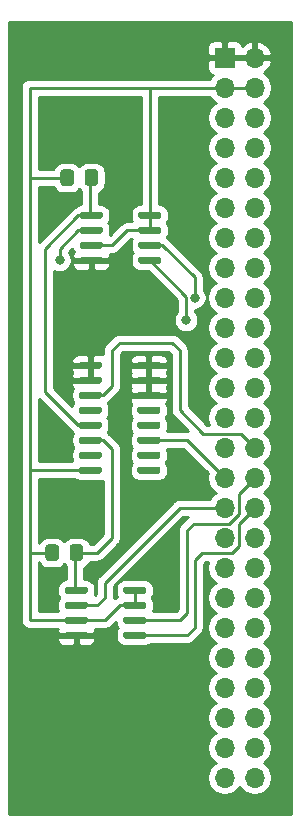
<source format=gbr>
G04 #@! TF.GenerationSoftware,KiCad,Pcbnew,5.1.6-c6e7f7d~87~ubuntu18.04.1*
G04 #@! TF.CreationDate,2020-09-06T21:37:12+01:00*
G04 #@! TF.ProjectId,KiCadOpenSession,4b694361-644f-4706-956e-53657373696f,rev?*
G04 #@! TF.SameCoordinates,Original*
G04 #@! TF.FileFunction,Copper,L1,Top*
G04 #@! TF.FilePolarity,Positive*
%FSLAX46Y46*%
G04 Gerber Fmt 4.6, Leading zero omitted, Abs format (unit mm)*
G04 Created by KiCad (PCBNEW 5.1.6-c6e7f7d~87~ubuntu18.04.1) date 2020-09-06 21:37:12*
%MOMM*%
%LPD*%
G01*
G04 APERTURE LIST*
G04 #@! TA.AperFunction,ComponentPad*
%ADD10O,1.700000X1.700000*%
G04 #@! TD*
G04 #@! TA.AperFunction,ComponentPad*
%ADD11R,1.700000X1.700000*%
G04 #@! TD*
G04 #@! TA.AperFunction,ViaPad*
%ADD12C,0.800000*%
G04 #@! TD*
G04 #@! TA.AperFunction,Conductor*
%ADD13C,0.250000*%
G04 #@! TD*
G04 #@! TA.AperFunction,Conductor*
%ADD14C,0.254000*%
G04 #@! TD*
G04 APERTURE END LIST*
G04 #@! TA.AperFunction,SMDPad,CuDef*
G36*
G01*
X150155000Y-125245000D02*
X150155000Y-124945000D01*
G75*
G02*
X150305000Y-124795000I150000J0D01*
G01*
X151955000Y-124795000D01*
G75*
G02*
X152105000Y-124945000I0J-150000D01*
G01*
X152105000Y-125245000D01*
G75*
G02*
X151955000Y-125395000I-150000J0D01*
G01*
X150305000Y-125395000D01*
G75*
G02*
X150155000Y-125245000I0J150000D01*
G01*
G37*
G04 #@! TD.AperFunction*
G04 #@! TA.AperFunction,SMDPad,CuDef*
G36*
G01*
X150155000Y-126515000D02*
X150155000Y-126215000D01*
G75*
G02*
X150305000Y-126065000I150000J0D01*
G01*
X151955000Y-126065000D01*
G75*
G02*
X152105000Y-126215000I0J-150000D01*
G01*
X152105000Y-126515000D01*
G75*
G02*
X151955000Y-126665000I-150000J0D01*
G01*
X150305000Y-126665000D01*
G75*
G02*
X150155000Y-126515000I0J150000D01*
G01*
G37*
G04 #@! TD.AperFunction*
G04 #@! TA.AperFunction,SMDPad,CuDef*
G36*
G01*
X150155000Y-127785000D02*
X150155000Y-127485000D01*
G75*
G02*
X150305000Y-127335000I150000J0D01*
G01*
X151955000Y-127335000D01*
G75*
G02*
X152105000Y-127485000I0J-150000D01*
G01*
X152105000Y-127785000D01*
G75*
G02*
X151955000Y-127935000I-150000J0D01*
G01*
X150305000Y-127935000D01*
G75*
G02*
X150155000Y-127785000I0J150000D01*
G01*
G37*
G04 #@! TD.AperFunction*
G04 #@! TA.AperFunction,SMDPad,CuDef*
G36*
G01*
X150155000Y-129055000D02*
X150155000Y-128755000D01*
G75*
G02*
X150305000Y-128605000I150000J0D01*
G01*
X151955000Y-128605000D01*
G75*
G02*
X152105000Y-128755000I0J-150000D01*
G01*
X152105000Y-129055000D01*
G75*
G02*
X151955000Y-129205000I-150000J0D01*
G01*
X150305000Y-129205000D01*
G75*
G02*
X150155000Y-129055000I0J150000D01*
G01*
G37*
G04 #@! TD.AperFunction*
G04 #@! TA.AperFunction,SMDPad,CuDef*
G36*
G01*
X145205000Y-129055000D02*
X145205000Y-128755000D01*
G75*
G02*
X145355000Y-128605000I150000J0D01*
G01*
X147005000Y-128605000D01*
G75*
G02*
X147155000Y-128755000I0J-150000D01*
G01*
X147155000Y-129055000D01*
G75*
G02*
X147005000Y-129205000I-150000J0D01*
G01*
X145355000Y-129205000D01*
G75*
G02*
X145205000Y-129055000I0J150000D01*
G01*
G37*
G04 #@! TD.AperFunction*
G04 #@! TA.AperFunction,SMDPad,CuDef*
G36*
G01*
X145205000Y-127785000D02*
X145205000Y-127485000D01*
G75*
G02*
X145355000Y-127335000I150000J0D01*
G01*
X147005000Y-127335000D01*
G75*
G02*
X147155000Y-127485000I0J-150000D01*
G01*
X147155000Y-127785000D01*
G75*
G02*
X147005000Y-127935000I-150000J0D01*
G01*
X145355000Y-127935000D01*
G75*
G02*
X145205000Y-127785000I0J150000D01*
G01*
G37*
G04 #@! TD.AperFunction*
G04 #@! TA.AperFunction,SMDPad,CuDef*
G36*
G01*
X145205000Y-126515000D02*
X145205000Y-126215000D01*
G75*
G02*
X145355000Y-126065000I150000J0D01*
G01*
X147005000Y-126065000D01*
G75*
G02*
X147155000Y-126215000I0J-150000D01*
G01*
X147155000Y-126515000D01*
G75*
G02*
X147005000Y-126665000I-150000J0D01*
G01*
X145355000Y-126665000D01*
G75*
G02*
X145205000Y-126515000I0J150000D01*
G01*
G37*
G04 #@! TD.AperFunction*
G04 #@! TA.AperFunction,SMDPad,CuDef*
G36*
G01*
X145205000Y-125245000D02*
X145205000Y-124945000D01*
G75*
G02*
X145355000Y-124795000I150000J0D01*
G01*
X147005000Y-124795000D01*
G75*
G02*
X147155000Y-124945000I0J-150000D01*
G01*
X147155000Y-125245000D01*
G75*
G02*
X147005000Y-125395000I-150000J0D01*
G01*
X145355000Y-125395000D01*
G75*
G02*
X145205000Y-125245000I0J150000D01*
G01*
G37*
G04 #@! TD.AperFunction*
G04 #@! TA.AperFunction,SMDPad,CuDef*
G36*
G01*
X148360000Y-114785000D02*
X148360000Y-115085000D01*
G75*
G02*
X148210000Y-115235000I-150000J0D01*
G01*
X146560000Y-115235000D01*
G75*
G02*
X146410000Y-115085000I0J150000D01*
G01*
X146410000Y-114785000D01*
G75*
G02*
X146560000Y-114635000I150000J0D01*
G01*
X148210000Y-114635000D01*
G75*
G02*
X148360000Y-114785000I0J-150000D01*
G01*
G37*
G04 #@! TD.AperFunction*
G04 #@! TA.AperFunction,SMDPad,CuDef*
G36*
G01*
X148360000Y-113515000D02*
X148360000Y-113815000D01*
G75*
G02*
X148210000Y-113965000I-150000J0D01*
G01*
X146560000Y-113965000D01*
G75*
G02*
X146410000Y-113815000I0J150000D01*
G01*
X146410000Y-113515000D01*
G75*
G02*
X146560000Y-113365000I150000J0D01*
G01*
X148210000Y-113365000D01*
G75*
G02*
X148360000Y-113515000I0J-150000D01*
G01*
G37*
G04 #@! TD.AperFunction*
G04 #@! TA.AperFunction,SMDPad,CuDef*
G36*
G01*
X148360000Y-112245000D02*
X148360000Y-112545000D01*
G75*
G02*
X148210000Y-112695000I-150000J0D01*
G01*
X146560000Y-112695000D01*
G75*
G02*
X146410000Y-112545000I0J150000D01*
G01*
X146410000Y-112245000D01*
G75*
G02*
X146560000Y-112095000I150000J0D01*
G01*
X148210000Y-112095000D01*
G75*
G02*
X148360000Y-112245000I0J-150000D01*
G01*
G37*
G04 #@! TD.AperFunction*
G04 #@! TA.AperFunction,SMDPad,CuDef*
G36*
G01*
X148360000Y-110975000D02*
X148360000Y-111275000D01*
G75*
G02*
X148210000Y-111425000I-150000J0D01*
G01*
X146560000Y-111425000D01*
G75*
G02*
X146410000Y-111275000I0J150000D01*
G01*
X146410000Y-110975000D01*
G75*
G02*
X146560000Y-110825000I150000J0D01*
G01*
X148210000Y-110825000D01*
G75*
G02*
X148360000Y-110975000I0J-150000D01*
G01*
G37*
G04 #@! TD.AperFunction*
G04 #@! TA.AperFunction,SMDPad,CuDef*
G36*
G01*
X148360000Y-109705000D02*
X148360000Y-110005000D01*
G75*
G02*
X148210000Y-110155000I-150000J0D01*
G01*
X146560000Y-110155000D01*
G75*
G02*
X146410000Y-110005000I0J150000D01*
G01*
X146410000Y-109705000D01*
G75*
G02*
X146560000Y-109555000I150000J0D01*
G01*
X148210000Y-109555000D01*
G75*
G02*
X148360000Y-109705000I0J-150000D01*
G01*
G37*
G04 #@! TD.AperFunction*
G04 #@! TA.AperFunction,SMDPad,CuDef*
G36*
G01*
X148360000Y-108435000D02*
X148360000Y-108735000D01*
G75*
G02*
X148210000Y-108885000I-150000J0D01*
G01*
X146560000Y-108885000D01*
G75*
G02*
X146410000Y-108735000I0J150000D01*
G01*
X146410000Y-108435000D01*
G75*
G02*
X146560000Y-108285000I150000J0D01*
G01*
X148210000Y-108285000D01*
G75*
G02*
X148360000Y-108435000I0J-150000D01*
G01*
G37*
G04 #@! TD.AperFunction*
G04 #@! TA.AperFunction,SMDPad,CuDef*
G36*
G01*
X148360000Y-107165000D02*
X148360000Y-107465000D01*
G75*
G02*
X148210000Y-107615000I-150000J0D01*
G01*
X146560000Y-107615000D01*
G75*
G02*
X146410000Y-107465000I0J150000D01*
G01*
X146410000Y-107165000D01*
G75*
G02*
X146560000Y-107015000I150000J0D01*
G01*
X148210000Y-107015000D01*
G75*
G02*
X148360000Y-107165000I0J-150000D01*
G01*
G37*
G04 #@! TD.AperFunction*
G04 #@! TA.AperFunction,SMDPad,CuDef*
G36*
G01*
X148360000Y-105895000D02*
X148360000Y-106195000D01*
G75*
G02*
X148210000Y-106345000I-150000J0D01*
G01*
X146560000Y-106345000D01*
G75*
G02*
X146410000Y-106195000I0J150000D01*
G01*
X146410000Y-105895000D01*
G75*
G02*
X146560000Y-105745000I150000J0D01*
G01*
X148210000Y-105745000D01*
G75*
G02*
X148360000Y-105895000I0J-150000D01*
G01*
G37*
G04 #@! TD.AperFunction*
G04 #@! TA.AperFunction,SMDPad,CuDef*
G36*
G01*
X153310000Y-105895000D02*
X153310000Y-106195000D01*
G75*
G02*
X153160000Y-106345000I-150000J0D01*
G01*
X151510000Y-106345000D01*
G75*
G02*
X151360000Y-106195000I0J150000D01*
G01*
X151360000Y-105895000D01*
G75*
G02*
X151510000Y-105745000I150000J0D01*
G01*
X153160000Y-105745000D01*
G75*
G02*
X153310000Y-105895000I0J-150000D01*
G01*
G37*
G04 #@! TD.AperFunction*
G04 #@! TA.AperFunction,SMDPad,CuDef*
G36*
G01*
X153310000Y-107165000D02*
X153310000Y-107465000D01*
G75*
G02*
X153160000Y-107615000I-150000J0D01*
G01*
X151510000Y-107615000D01*
G75*
G02*
X151360000Y-107465000I0J150000D01*
G01*
X151360000Y-107165000D01*
G75*
G02*
X151510000Y-107015000I150000J0D01*
G01*
X153160000Y-107015000D01*
G75*
G02*
X153310000Y-107165000I0J-150000D01*
G01*
G37*
G04 #@! TD.AperFunction*
G04 #@! TA.AperFunction,SMDPad,CuDef*
G36*
G01*
X153310000Y-108435000D02*
X153310000Y-108735000D01*
G75*
G02*
X153160000Y-108885000I-150000J0D01*
G01*
X151510000Y-108885000D01*
G75*
G02*
X151360000Y-108735000I0J150000D01*
G01*
X151360000Y-108435000D01*
G75*
G02*
X151510000Y-108285000I150000J0D01*
G01*
X153160000Y-108285000D01*
G75*
G02*
X153310000Y-108435000I0J-150000D01*
G01*
G37*
G04 #@! TD.AperFunction*
G04 #@! TA.AperFunction,SMDPad,CuDef*
G36*
G01*
X153310000Y-109705000D02*
X153310000Y-110005000D01*
G75*
G02*
X153160000Y-110155000I-150000J0D01*
G01*
X151510000Y-110155000D01*
G75*
G02*
X151360000Y-110005000I0J150000D01*
G01*
X151360000Y-109705000D01*
G75*
G02*
X151510000Y-109555000I150000J0D01*
G01*
X153160000Y-109555000D01*
G75*
G02*
X153310000Y-109705000I0J-150000D01*
G01*
G37*
G04 #@! TD.AperFunction*
G04 #@! TA.AperFunction,SMDPad,CuDef*
G36*
G01*
X153310000Y-110975000D02*
X153310000Y-111275000D01*
G75*
G02*
X153160000Y-111425000I-150000J0D01*
G01*
X151510000Y-111425000D01*
G75*
G02*
X151360000Y-111275000I0J150000D01*
G01*
X151360000Y-110975000D01*
G75*
G02*
X151510000Y-110825000I150000J0D01*
G01*
X153160000Y-110825000D01*
G75*
G02*
X153310000Y-110975000I0J-150000D01*
G01*
G37*
G04 #@! TD.AperFunction*
G04 #@! TA.AperFunction,SMDPad,CuDef*
G36*
G01*
X153310000Y-112245000D02*
X153310000Y-112545000D01*
G75*
G02*
X153160000Y-112695000I-150000J0D01*
G01*
X151510000Y-112695000D01*
G75*
G02*
X151360000Y-112545000I0J150000D01*
G01*
X151360000Y-112245000D01*
G75*
G02*
X151510000Y-112095000I150000J0D01*
G01*
X153160000Y-112095000D01*
G75*
G02*
X153310000Y-112245000I0J-150000D01*
G01*
G37*
G04 #@! TD.AperFunction*
G04 #@! TA.AperFunction,SMDPad,CuDef*
G36*
G01*
X153310000Y-113515000D02*
X153310000Y-113815000D01*
G75*
G02*
X153160000Y-113965000I-150000J0D01*
G01*
X151510000Y-113965000D01*
G75*
G02*
X151360000Y-113815000I0J150000D01*
G01*
X151360000Y-113515000D01*
G75*
G02*
X151510000Y-113365000I150000J0D01*
G01*
X153160000Y-113365000D01*
G75*
G02*
X153310000Y-113515000I0J-150000D01*
G01*
G37*
G04 #@! TD.AperFunction*
G04 #@! TA.AperFunction,SMDPad,CuDef*
G36*
G01*
X153310000Y-114785000D02*
X153310000Y-115085000D01*
G75*
G02*
X153160000Y-115235000I-150000J0D01*
G01*
X151510000Y-115235000D01*
G75*
G02*
X151360000Y-115085000I0J150000D01*
G01*
X151360000Y-114785000D01*
G75*
G02*
X151510000Y-114635000I150000J0D01*
G01*
X153160000Y-114635000D01*
G75*
G02*
X153310000Y-114785000I0J-150000D01*
G01*
G37*
G04 #@! TD.AperFunction*
G04 #@! TA.AperFunction,SMDPad,CuDef*
G36*
G01*
X151425000Y-93495000D02*
X151425000Y-93195000D01*
G75*
G02*
X151575000Y-93045000I150000J0D01*
G01*
X153225000Y-93045000D01*
G75*
G02*
X153375000Y-93195000I0J-150000D01*
G01*
X153375000Y-93495000D01*
G75*
G02*
X153225000Y-93645000I-150000J0D01*
G01*
X151575000Y-93645000D01*
G75*
G02*
X151425000Y-93495000I0J150000D01*
G01*
G37*
G04 #@! TD.AperFunction*
G04 #@! TA.AperFunction,SMDPad,CuDef*
G36*
G01*
X151425000Y-94765000D02*
X151425000Y-94465000D01*
G75*
G02*
X151575000Y-94315000I150000J0D01*
G01*
X153225000Y-94315000D01*
G75*
G02*
X153375000Y-94465000I0J-150000D01*
G01*
X153375000Y-94765000D01*
G75*
G02*
X153225000Y-94915000I-150000J0D01*
G01*
X151575000Y-94915000D01*
G75*
G02*
X151425000Y-94765000I0J150000D01*
G01*
G37*
G04 #@! TD.AperFunction*
G04 #@! TA.AperFunction,SMDPad,CuDef*
G36*
G01*
X151425000Y-96035000D02*
X151425000Y-95735000D01*
G75*
G02*
X151575000Y-95585000I150000J0D01*
G01*
X153225000Y-95585000D01*
G75*
G02*
X153375000Y-95735000I0J-150000D01*
G01*
X153375000Y-96035000D01*
G75*
G02*
X153225000Y-96185000I-150000J0D01*
G01*
X151575000Y-96185000D01*
G75*
G02*
X151425000Y-96035000I0J150000D01*
G01*
G37*
G04 #@! TD.AperFunction*
G04 #@! TA.AperFunction,SMDPad,CuDef*
G36*
G01*
X151425000Y-97305000D02*
X151425000Y-97005000D01*
G75*
G02*
X151575000Y-96855000I150000J0D01*
G01*
X153225000Y-96855000D01*
G75*
G02*
X153375000Y-97005000I0J-150000D01*
G01*
X153375000Y-97305000D01*
G75*
G02*
X153225000Y-97455000I-150000J0D01*
G01*
X151575000Y-97455000D01*
G75*
G02*
X151425000Y-97305000I0J150000D01*
G01*
G37*
G04 #@! TD.AperFunction*
G04 #@! TA.AperFunction,SMDPad,CuDef*
G36*
G01*
X146475000Y-97305000D02*
X146475000Y-97005000D01*
G75*
G02*
X146625000Y-96855000I150000J0D01*
G01*
X148275000Y-96855000D01*
G75*
G02*
X148425000Y-97005000I0J-150000D01*
G01*
X148425000Y-97305000D01*
G75*
G02*
X148275000Y-97455000I-150000J0D01*
G01*
X146625000Y-97455000D01*
G75*
G02*
X146475000Y-97305000I0J150000D01*
G01*
G37*
G04 #@! TD.AperFunction*
G04 #@! TA.AperFunction,SMDPad,CuDef*
G36*
G01*
X146475000Y-96035000D02*
X146475000Y-95735000D01*
G75*
G02*
X146625000Y-95585000I150000J0D01*
G01*
X148275000Y-95585000D01*
G75*
G02*
X148425000Y-95735000I0J-150000D01*
G01*
X148425000Y-96035000D01*
G75*
G02*
X148275000Y-96185000I-150000J0D01*
G01*
X146625000Y-96185000D01*
G75*
G02*
X146475000Y-96035000I0J150000D01*
G01*
G37*
G04 #@! TD.AperFunction*
G04 #@! TA.AperFunction,SMDPad,CuDef*
G36*
G01*
X146475000Y-94765000D02*
X146475000Y-94465000D01*
G75*
G02*
X146625000Y-94315000I150000J0D01*
G01*
X148275000Y-94315000D01*
G75*
G02*
X148425000Y-94465000I0J-150000D01*
G01*
X148425000Y-94765000D01*
G75*
G02*
X148275000Y-94915000I-150000J0D01*
G01*
X146625000Y-94915000D01*
G75*
G02*
X146475000Y-94765000I0J150000D01*
G01*
G37*
G04 #@! TD.AperFunction*
G04 #@! TA.AperFunction,SMDPad,CuDef*
G36*
G01*
X146475000Y-93495000D02*
X146475000Y-93195000D01*
G75*
G02*
X146625000Y-93045000I150000J0D01*
G01*
X148275000Y-93045000D01*
G75*
G02*
X148425000Y-93195000I0J-150000D01*
G01*
X148425000Y-93495000D01*
G75*
G02*
X148275000Y-93645000I-150000J0D01*
G01*
X146625000Y-93645000D01*
G75*
G02*
X146475000Y-93495000I0J150000D01*
G01*
G37*
G04 #@! TD.AperFunction*
G04 #@! TA.AperFunction,SMDPad,CuDef*
G36*
G01*
X145620000Y-122370001D02*
X145620000Y-121469999D01*
G75*
G02*
X145869999Y-121220000I249999J0D01*
G01*
X146520001Y-121220000D01*
G75*
G02*
X146770000Y-121469999I0J-249999D01*
G01*
X146770000Y-122370001D01*
G75*
G02*
X146520001Y-122620000I-249999J0D01*
G01*
X145869999Y-122620000D01*
G75*
G02*
X145620000Y-122370001I0J249999D01*
G01*
G37*
G04 #@! TD.AperFunction*
G04 #@! TA.AperFunction,SMDPad,CuDef*
G36*
G01*
X143570000Y-122370001D02*
X143570000Y-121469999D01*
G75*
G02*
X143819999Y-121220000I249999J0D01*
G01*
X144470001Y-121220000D01*
G75*
G02*
X144720000Y-121469999I0J-249999D01*
G01*
X144720000Y-122370001D01*
G75*
G02*
X144470001Y-122620000I-249999J0D01*
G01*
X143819999Y-122620000D01*
G75*
G02*
X143570000Y-122370001I0J249999D01*
G01*
G37*
G04 #@! TD.AperFunction*
G04 #@! TA.AperFunction,SMDPad,CuDef*
G36*
G01*
X146890000Y-90620001D02*
X146890000Y-89719999D01*
G75*
G02*
X147139999Y-89470000I249999J0D01*
G01*
X147790001Y-89470000D01*
G75*
G02*
X148040000Y-89719999I0J-249999D01*
G01*
X148040000Y-90620001D01*
G75*
G02*
X147790001Y-90870000I-249999J0D01*
G01*
X147139999Y-90870000D01*
G75*
G02*
X146890000Y-90620001I0J249999D01*
G01*
G37*
G04 #@! TD.AperFunction*
G04 #@! TA.AperFunction,SMDPad,CuDef*
G36*
G01*
X144840000Y-90620001D02*
X144840000Y-89719999D01*
G75*
G02*
X145089999Y-89470000I249999J0D01*
G01*
X145740001Y-89470000D01*
G75*
G02*
X145990000Y-89719999I0J-249999D01*
G01*
X145990000Y-90620001D01*
G75*
G02*
X145740001Y-90870000I-249999J0D01*
G01*
X145089999Y-90870000D01*
G75*
G02*
X144840000Y-90620001I0J249999D01*
G01*
G37*
G04 #@! TD.AperFunction*
D10*
X161290000Y-140970000D03*
X158750000Y-140970000D03*
X161290000Y-138430000D03*
X158750000Y-138430000D03*
X161290000Y-135890000D03*
X158750000Y-135890000D03*
X161290000Y-133350000D03*
X158750000Y-133350000D03*
X161290000Y-130810000D03*
X158750000Y-130810000D03*
X161290000Y-128270000D03*
X158750000Y-128270000D03*
X161290000Y-125730000D03*
X158750000Y-125730000D03*
X161290000Y-123190000D03*
X158750000Y-123190000D03*
X161290000Y-120650000D03*
X158750000Y-120650000D03*
X161290000Y-118110000D03*
X158750000Y-118110000D03*
X161290000Y-115570000D03*
X158750000Y-115570000D03*
X161290000Y-113030000D03*
X158750000Y-113030000D03*
X161290000Y-110490000D03*
X158750000Y-110490000D03*
X161290000Y-107950000D03*
X158750000Y-107950000D03*
X161290000Y-105410000D03*
X158750000Y-105410000D03*
X161290000Y-102870000D03*
X158750000Y-102870000D03*
X161290000Y-100330000D03*
X158750000Y-100330000D03*
X161290000Y-97790000D03*
X158750000Y-97790000D03*
X161290000Y-95250000D03*
X158750000Y-95250000D03*
X161290000Y-92710000D03*
X158750000Y-92710000D03*
X161290000Y-90170000D03*
X158750000Y-90170000D03*
X161290000Y-87630000D03*
X158750000Y-87630000D03*
X161290000Y-85090000D03*
X158750000Y-85090000D03*
X161290000Y-82550000D03*
X158750000Y-82550000D03*
X161290000Y-80010000D03*
D11*
X158750000Y-80010000D03*
D12*
X155575000Y-85725000D03*
X155575000Y-92075000D03*
X147320000Y-100965000D03*
X151130000Y-100965000D03*
X147320000Y-85090000D03*
X143510000Y-92710000D03*
X144145000Y-112395000D03*
X145415000Y-118110000D03*
X153670000Y-122555000D03*
X144145000Y-137160000D03*
X153670000Y-137160000D03*
X144780000Y-79375000D03*
X153670000Y-79375000D03*
X151130000Y-119380000D03*
X153670000Y-116840000D03*
X149860000Y-110490000D03*
X143510000Y-125730000D03*
X155485000Y-102235000D03*
X144780000Y-97155000D03*
X156210000Y-100330000D03*
D13*
X155485000Y-100240000D02*
X152400000Y-97155000D01*
X155485000Y-102235000D02*
X155485000Y-100240000D01*
X159925001Y-119474999D02*
X159925001Y-121379999D01*
X161290000Y-118110000D02*
X159925001Y-119474999D01*
X159925001Y-121379999D02*
X159385000Y-121920000D01*
X159385000Y-121920000D02*
X156845000Y-121920000D01*
X156845000Y-121920000D02*
X156210000Y-122555000D01*
X156210000Y-122555000D02*
X156210000Y-128270000D01*
X155575000Y-128905000D02*
X151130000Y-128905000D01*
X156210000Y-128270000D02*
X155575000Y-128905000D01*
X147955000Y-126365000D02*
X146180000Y-126365000D01*
X148590000Y-125730000D02*
X147955000Y-126365000D01*
X148590000Y-124460000D02*
X148590000Y-125730000D01*
X158750000Y-118110000D02*
X154940000Y-118110000D01*
X154940000Y-118110000D02*
X148590000Y-124460000D01*
X144780000Y-97155000D02*
X144780000Y-96210000D01*
X144780000Y-96210000D02*
X146375000Y-94615000D01*
X146375000Y-94615000D02*
X147450000Y-94615000D01*
X153475000Y-95885000D02*
X152400000Y-95885000D01*
X156210000Y-98620000D02*
X153475000Y-95885000D01*
X156210000Y-100330000D02*
X156210000Y-98620000D01*
X159124003Y-119474999D02*
X156115001Y-119474999D01*
X159925001Y-118674001D02*
X159124003Y-119474999D01*
X161290000Y-115570000D02*
X159925001Y-116934999D01*
X159925001Y-116934999D02*
X159925001Y-118674001D01*
X156115001Y-119474999D02*
X155575000Y-120015000D01*
X155575000Y-120015000D02*
X155575000Y-127000000D01*
X155575000Y-127000000D02*
X154940000Y-127635000D01*
X154940000Y-127635000D02*
X151130000Y-127635000D01*
X155575000Y-112395000D02*
X158750000Y-115570000D01*
X152335000Y-112395000D02*
X155575000Y-112395000D01*
X148460000Y-108585000D02*
X147385000Y-108585000D01*
X149225000Y-107820000D02*
X148460000Y-108585000D01*
X149225000Y-104775000D02*
X149225000Y-107820000D01*
X149860000Y-104140000D02*
X149225000Y-104775000D01*
X161290000Y-113030000D02*
X160114999Y-111854999D01*
X160114999Y-111854999D02*
X156939999Y-111854999D01*
X154940000Y-109855000D02*
X154940000Y-104775000D01*
X154940000Y-104775000D02*
X154305000Y-104140000D01*
X156939999Y-111854999D02*
X154940000Y-109855000D01*
X154305000Y-104140000D02*
X149860000Y-104140000D01*
X147320000Y-93280000D02*
X147385000Y-93345000D01*
X147320000Y-90170000D02*
X147320000Y-93280000D01*
X146310000Y-111125000D02*
X143510000Y-108325000D01*
X147385000Y-111125000D02*
X146310000Y-111125000D01*
X146375000Y-93345000D02*
X147450000Y-93345000D01*
X143510000Y-96210000D02*
X146375000Y-93345000D01*
X143510000Y-108325000D02*
X143510000Y-96210000D01*
X146050000Y-125030000D02*
X146115000Y-125095000D01*
X146050000Y-121920000D02*
X146050000Y-125030000D01*
X146195000Y-121920000D02*
X147955000Y-121920000D01*
X147955000Y-121920000D02*
X149225000Y-120650000D01*
X148460000Y-112395000D02*
X147385000Y-112395000D01*
X149225000Y-113160000D02*
X148460000Y-112395000D01*
X149225000Y-120650000D02*
X149225000Y-113160000D01*
X142240000Y-127635000D02*
X146050000Y-127635000D01*
X144000000Y-121920000D02*
X142240000Y-121920000D01*
X142240000Y-121920000D02*
X142240000Y-127635000D01*
X147385000Y-114935000D02*
X142240000Y-114935000D01*
X142240000Y-114935000D02*
X142240000Y-121920000D01*
X142240000Y-82550000D02*
X142240000Y-95885000D01*
X142240000Y-95885000D02*
X142240000Y-114935000D01*
X145270000Y-90170000D02*
X142240000Y-90170000D01*
X158750000Y-82550000D02*
X161290000Y-82550000D01*
X151130000Y-125095000D02*
X151130000Y-126365000D01*
X151130000Y-126365000D02*
X149860000Y-126365000D01*
X149860000Y-126365000D02*
X148590000Y-127635000D01*
X148590000Y-127635000D02*
X146180000Y-127635000D01*
X152400000Y-93345000D02*
X152400000Y-82550000D01*
X158750000Y-82550000D02*
X152400000Y-82550000D01*
X152400000Y-82550000D02*
X142240000Y-82550000D01*
X152400000Y-93345000D02*
X152400000Y-94615000D01*
X149225000Y-95885000D02*
X147450000Y-95885000D01*
X152400000Y-94615000D02*
X150495000Y-94615000D01*
X150495000Y-94615000D02*
X149225000Y-95885000D01*
D14*
G36*
X164338000Y-144018000D02*
G01*
X140462000Y-144018000D01*
X140462000Y-129205000D01*
X144566928Y-129205000D01*
X144579188Y-129329482D01*
X144615498Y-129449180D01*
X144674463Y-129559494D01*
X144753815Y-129656185D01*
X144850506Y-129735537D01*
X144960820Y-129794502D01*
X145080518Y-129830812D01*
X145205000Y-129843072D01*
X145894250Y-129840000D01*
X146053000Y-129681250D01*
X146053000Y-129032000D01*
X146307000Y-129032000D01*
X146307000Y-129681250D01*
X146465750Y-129840000D01*
X147155000Y-129843072D01*
X147279482Y-129830812D01*
X147399180Y-129794502D01*
X147509494Y-129735537D01*
X147606185Y-129656185D01*
X147685537Y-129559494D01*
X147744502Y-129449180D01*
X147780812Y-129329482D01*
X147793072Y-129205000D01*
X147790000Y-129190750D01*
X147631250Y-129032000D01*
X146307000Y-129032000D01*
X146053000Y-129032000D01*
X144728750Y-129032000D01*
X144570000Y-129190750D01*
X144566928Y-129205000D01*
X140462000Y-129205000D01*
X140462000Y-82550000D01*
X141476323Y-82550000D01*
X141480000Y-82587333D01*
X141480001Y-90132661D01*
X141476323Y-90170000D01*
X141480001Y-90207339D01*
X141480001Y-95847658D01*
X141480000Y-95847668D01*
X141480001Y-114897657D01*
X141476323Y-114935000D01*
X141480000Y-114972333D01*
X141480001Y-121882657D01*
X141476323Y-121920000D01*
X141480000Y-121957333D01*
X141480001Y-127597657D01*
X141476323Y-127635000D01*
X141490997Y-127783986D01*
X141534454Y-127927247D01*
X141605026Y-128059276D01*
X141699999Y-128175001D01*
X141815724Y-128269974D01*
X141947753Y-128340546D01*
X142091014Y-128384003D01*
X142202667Y-128395000D01*
X142240000Y-128398677D01*
X142277333Y-128395000D01*
X144605130Y-128395000D01*
X144579188Y-128480518D01*
X144566928Y-128605000D01*
X144570000Y-128619250D01*
X144728750Y-128778000D01*
X146053000Y-128778000D01*
X146053000Y-128758000D01*
X146307000Y-128758000D01*
X146307000Y-128778000D01*
X147631250Y-128778000D01*
X147790000Y-128619250D01*
X147793072Y-128605000D01*
X147780812Y-128480518D01*
X147754870Y-128395000D01*
X148552678Y-128395000D01*
X148590000Y-128398676D01*
X148627322Y-128395000D01*
X148627333Y-128395000D01*
X148738986Y-128384003D01*
X148882247Y-128340546D01*
X149014276Y-128269974D01*
X149130001Y-128175001D01*
X149153804Y-128145997D01*
X149516928Y-127782873D01*
X149516928Y-127785000D01*
X149532071Y-127938745D01*
X149576916Y-128086582D01*
X149649742Y-128222829D01*
X149688454Y-128270000D01*
X149649742Y-128317171D01*
X149576916Y-128453418D01*
X149532071Y-128601255D01*
X149516928Y-128755000D01*
X149516928Y-129055000D01*
X149532071Y-129208745D01*
X149576916Y-129356582D01*
X149649742Y-129492829D01*
X149747749Y-129612251D01*
X149867171Y-129710258D01*
X150003418Y-129783084D01*
X150151255Y-129827929D01*
X150305000Y-129843072D01*
X151955000Y-129843072D01*
X152108745Y-129827929D01*
X152256582Y-129783084D01*
X152392829Y-129710258D01*
X152447976Y-129665000D01*
X155537678Y-129665000D01*
X155575000Y-129668676D01*
X155612322Y-129665000D01*
X155612333Y-129665000D01*
X155723986Y-129654003D01*
X155867247Y-129610546D01*
X155999276Y-129539974D01*
X156115001Y-129445001D01*
X156138803Y-129415998D01*
X156721002Y-128833800D01*
X156750001Y-128810001D01*
X156844974Y-128694276D01*
X156915546Y-128562247D01*
X156959003Y-128418986D01*
X156970000Y-128307333D01*
X156973677Y-128270000D01*
X156970000Y-128232667D01*
X156970000Y-122869801D01*
X157159802Y-122680000D01*
X157353897Y-122680000D01*
X157322068Y-122756842D01*
X157265000Y-123043740D01*
X157265000Y-123336260D01*
X157322068Y-123623158D01*
X157434010Y-123893411D01*
X157596525Y-124136632D01*
X157803368Y-124343475D01*
X157977760Y-124460000D01*
X157803368Y-124576525D01*
X157596525Y-124783368D01*
X157434010Y-125026589D01*
X157322068Y-125296842D01*
X157265000Y-125583740D01*
X157265000Y-125876260D01*
X157322068Y-126163158D01*
X157434010Y-126433411D01*
X157596525Y-126676632D01*
X157803368Y-126883475D01*
X157977760Y-127000000D01*
X157803368Y-127116525D01*
X157596525Y-127323368D01*
X157434010Y-127566589D01*
X157322068Y-127836842D01*
X157265000Y-128123740D01*
X157265000Y-128416260D01*
X157322068Y-128703158D01*
X157434010Y-128973411D01*
X157596525Y-129216632D01*
X157803368Y-129423475D01*
X157977760Y-129540000D01*
X157803368Y-129656525D01*
X157596525Y-129863368D01*
X157434010Y-130106589D01*
X157322068Y-130376842D01*
X157265000Y-130663740D01*
X157265000Y-130956260D01*
X157322068Y-131243158D01*
X157434010Y-131513411D01*
X157596525Y-131756632D01*
X157803368Y-131963475D01*
X157977760Y-132080000D01*
X157803368Y-132196525D01*
X157596525Y-132403368D01*
X157434010Y-132646589D01*
X157322068Y-132916842D01*
X157265000Y-133203740D01*
X157265000Y-133496260D01*
X157322068Y-133783158D01*
X157434010Y-134053411D01*
X157596525Y-134296632D01*
X157803368Y-134503475D01*
X157977760Y-134620000D01*
X157803368Y-134736525D01*
X157596525Y-134943368D01*
X157434010Y-135186589D01*
X157322068Y-135456842D01*
X157265000Y-135743740D01*
X157265000Y-136036260D01*
X157322068Y-136323158D01*
X157434010Y-136593411D01*
X157596525Y-136836632D01*
X157803368Y-137043475D01*
X157977760Y-137160000D01*
X157803368Y-137276525D01*
X157596525Y-137483368D01*
X157434010Y-137726589D01*
X157322068Y-137996842D01*
X157265000Y-138283740D01*
X157265000Y-138576260D01*
X157322068Y-138863158D01*
X157434010Y-139133411D01*
X157596525Y-139376632D01*
X157803368Y-139583475D01*
X157977760Y-139700000D01*
X157803368Y-139816525D01*
X157596525Y-140023368D01*
X157434010Y-140266589D01*
X157322068Y-140536842D01*
X157265000Y-140823740D01*
X157265000Y-141116260D01*
X157322068Y-141403158D01*
X157434010Y-141673411D01*
X157596525Y-141916632D01*
X157803368Y-142123475D01*
X158046589Y-142285990D01*
X158316842Y-142397932D01*
X158603740Y-142455000D01*
X158896260Y-142455000D01*
X159183158Y-142397932D01*
X159453411Y-142285990D01*
X159696632Y-142123475D01*
X159903475Y-141916632D01*
X160020000Y-141742240D01*
X160136525Y-141916632D01*
X160343368Y-142123475D01*
X160586589Y-142285990D01*
X160856842Y-142397932D01*
X161143740Y-142455000D01*
X161436260Y-142455000D01*
X161723158Y-142397932D01*
X161993411Y-142285990D01*
X162236632Y-142123475D01*
X162443475Y-141916632D01*
X162605990Y-141673411D01*
X162717932Y-141403158D01*
X162775000Y-141116260D01*
X162775000Y-140823740D01*
X162717932Y-140536842D01*
X162605990Y-140266589D01*
X162443475Y-140023368D01*
X162236632Y-139816525D01*
X162062240Y-139700000D01*
X162236632Y-139583475D01*
X162443475Y-139376632D01*
X162605990Y-139133411D01*
X162717932Y-138863158D01*
X162775000Y-138576260D01*
X162775000Y-138283740D01*
X162717932Y-137996842D01*
X162605990Y-137726589D01*
X162443475Y-137483368D01*
X162236632Y-137276525D01*
X162062240Y-137160000D01*
X162236632Y-137043475D01*
X162443475Y-136836632D01*
X162605990Y-136593411D01*
X162717932Y-136323158D01*
X162775000Y-136036260D01*
X162775000Y-135743740D01*
X162717932Y-135456842D01*
X162605990Y-135186589D01*
X162443475Y-134943368D01*
X162236632Y-134736525D01*
X162062240Y-134620000D01*
X162236632Y-134503475D01*
X162443475Y-134296632D01*
X162605990Y-134053411D01*
X162717932Y-133783158D01*
X162775000Y-133496260D01*
X162775000Y-133203740D01*
X162717932Y-132916842D01*
X162605990Y-132646589D01*
X162443475Y-132403368D01*
X162236632Y-132196525D01*
X162062240Y-132080000D01*
X162236632Y-131963475D01*
X162443475Y-131756632D01*
X162605990Y-131513411D01*
X162717932Y-131243158D01*
X162775000Y-130956260D01*
X162775000Y-130663740D01*
X162717932Y-130376842D01*
X162605990Y-130106589D01*
X162443475Y-129863368D01*
X162236632Y-129656525D01*
X162062240Y-129540000D01*
X162236632Y-129423475D01*
X162443475Y-129216632D01*
X162605990Y-128973411D01*
X162717932Y-128703158D01*
X162775000Y-128416260D01*
X162775000Y-128123740D01*
X162717932Y-127836842D01*
X162605990Y-127566589D01*
X162443475Y-127323368D01*
X162236632Y-127116525D01*
X162062240Y-127000000D01*
X162236632Y-126883475D01*
X162443475Y-126676632D01*
X162605990Y-126433411D01*
X162717932Y-126163158D01*
X162775000Y-125876260D01*
X162775000Y-125583740D01*
X162717932Y-125296842D01*
X162605990Y-125026589D01*
X162443475Y-124783368D01*
X162236632Y-124576525D01*
X162062240Y-124460000D01*
X162236632Y-124343475D01*
X162443475Y-124136632D01*
X162605990Y-123893411D01*
X162717932Y-123623158D01*
X162775000Y-123336260D01*
X162775000Y-123043740D01*
X162717932Y-122756842D01*
X162605990Y-122486589D01*
X162443475Y-122243368D01*
X162236632Y-122036525D01*
X162062240Y-121920000D01*
X162236632Y-121803475D01*
X162443475Y-121596632D01*
X162605990Y-121353411D01*
X162717932Y-121083158D01*
X162775000Y-120796260D01*
X162775000Y-120503740D01*
X162717932Y-120216842D01*
X162605990Y-119946589D01*
X162443475Y-119703368D01*
X162236632Y-119496525D01*
X162062240Y-119380000D01*
X162236632Y-119263475D01*
X162443475Y-119056632D01*
X162605990Y-118813411D01*
X162717932Y-118543158D01*
X162775000Y-118256260D01*
X162775000Y-117963740D01*
X162717932Y-117676842D01*
X162605990Y-117406589D01*
X162443475Y-117163368D01*
X162236632Y-116956525D01*
X162062240Y-116840000D01*
X162236632Y-116723475D01*
X162443475Y-116516632D01*
X162605990Y-116273411D01*
X162717932Y-116003158D01*
X162775000Y-115716260D01*
X162775000Y-115423740D01*
X162717932Y-115136842D01*
X162605990Y-114866589D01*
X162443475Y-114623368D01*
X162236632Y-114416525D01*
X162062240Y-114300000D01*
X162236632Y-114183475D01*
X162443475Y-113976632D01*
X162605990Y-113733411D01*
X162717932Y-113463158D01*
X162775000Y-113176260D01*
X162775000Y-112883740D01*
X162717932Y-112596842D01*
X162605990Y-112326589D01*
X162443475Y-112083368D01*
X162236632Y-111876525D01*
X162062240Y-111760000D01*
X162236632Y-111643475D01*
X162443475Y-111436632D01*
X162605990Y-111193411D01*
X162717932Y-110923158D01*
X162775000Y-110636260D01*
X162775000Y-110343740D01*
X162717932Y-110056842D01*
X162605990Y-109786589D01*
X162443475Y-109543368D01*
X162236632Y-109336525D01*
X162062240Y-109220000D01*
X162236632Y-109103475D01*
X162443475Y-108896632D01*
X162605990Y-108653411D01*
X162717932Y-108383158D01*
X162775000Y-108096260D01*
X162775000Y-107803740D01*
X162717932Y-107516842D01*
X162605990Y-107246589D01*
X162443475Y-107003368D01*
X162236632Y-106796525D01*
X162062240Y-106680000D01*
X162236632Y-106563475D01*
X162443475Y-106356632D01*
X162605990Y-106113411D01*
X162717932Y-105843158D01*
X162775000Y-105556260D01*
X162775000Y-105263740D01*
X162717932Y-104976842D01*
X162605990Y-104706589D01*
X162443475Y-104463368D01*
X162236632Y-104256525D01*
X162062240Y-104140000D01*
X162236632Y-104023475D01*
X162443475Y-103816632D01*
X162605990Y-103573411D01*
X162717932Y-103303158D01*
X162775000Y-103016260D01*
X162775000Y-102723740D01*
X162717932Y-102436842D01*
X162605990Y-102166589D01*
X162443475Y-101923368D01*
X162236632Y-101716525D01*
X162062240Y-101600000D01*
X162236632Y-101483475D01*
X162443475Y-101276632D01*
X162605990Y-101033411D01*
X162717932Y-100763158D01*
X162775000Y-100476260D01*
X162775000Y-100183740D01*
X162717932Y-99896842D01*
X162605990Y-99626589D01*
X162443475Y-99383368D01*
X162236632Y-99176525D01*
X162062240Y-99060000D01*
X162236632Y-98943475D01*
X162443475Y-98736632D01*
X162605990Y-98493411D01*
X162717932Y-98223158D01*
X162775000Y-97936260D01*
X162775000Y-97643740D01*
X162717932Y-97356842D01*
X162605990Y-97086589D01*
X162443475Y-96843368D01*
X162236632Y-96636525D01*
X162062240Y-96520000D01*
X162236632Y-96403475D01*
X162443475Y-96196632D01*
X162605990Y-95953411D01*
X162717932Y-95683158D01*
X162775000Y-95396260D01*
X162775000Y-95103740D01*
X162717932Y-94816842D01*
X162605990Y-94546589D01*
X162443475Y-94303368D01*
X162236632Y-94096525D01*
X162062240Y-93980000D01*
X162236632Y-93863475D01*
X162443475Y-93656632D01*
X162605990Y-93413411D01*
X162717932Y-93143158D01*
X162775000Y-92856260D01*
X162775000Y-92563740D01*
X162717932Y-92276842D01*
X162605990Y-92006589D01*
X162443475Y-91763368D01*
X162236632Y-91556525D01*
X162062240Y-91440000D01*
X162236632Y-91323475D01*
X162443475Y-91116632D01*
X162605990Y-90873411D01*
X162717932Y-90603158D01*
X162775000Y-90316260D01*
X162775000Y-90023740D01*
X162717932Y-89736842D01*
X162605990Y-89466589D01*
X162443475Y-89223368D01*
X162236632Y-89016525D01*
X162062240Y-88900000D01*
X162236632Y-88783475D01*
X162443475Y-88576632D01*
X162605990Y-88333411D01*
X162717932Y-88063158D01*
X162775000Y-87776260D01*
X162775000Y-87483740D01*
X162717932Y-87196842D01*
X162605990Y-86926589D01*
X162443475Y-86683368D01*
X162236632Y-86476525D01*
X162062240Y-86360000D01*
X162236632Y-86243475D01*
X162443475Y-86036632D01*
X162605990Y-85793411D01*
X162717932Y-85523158D01*
X162775000Y-85236260D01*
X162775000Y-84943740D01*
X162717932Y-84656842D01*
X162605990Y-84386589D01*
X162443475Y-84143368D01*
X162236632Y-83936525D01*
X162062240Y-83820000D01*
X162236632Y-83703475D01*
X162443475Y-83496632D01*
X162605990Y-83253411D01*
X162717932Y-82983158D01*
X162775000Y-82696260D01*
X162775000Y-82403740D01*
X162717932Y-82116842D01*
X162605990Y-81846589D01*
X162443475Y-81603368D01*
X162236632Y-81396525D01*
X162054466Y-81274805D01*
X162171355Y-81205178D01*
X162387588Y-81010269D01*
X162561641Y-80776920D01*
X162686825Y-80514099D01*
X162731476Y-80366890D01*
X162610155Y-80137000D01*
X161417000Y-80137000D01*
X161417000Y-80157000D01*
X161163000Y-80157000D01*
X161163000Y-80137000D01*
X158877000Y-80137000D01*
X158877000Y-80157000D01*
X158623000Y-80157000D01*
X158623000Y-80137000D01*
X157423750Y-80137000D01*
X157265000Y-80295750D01*
X157261928Y-80860000D01*
X157274188Y-80984482D01*
X157310498Y-81104180D01*
X157369463Y-81214494D01*
X157448815Y-81311185D01*
X157545506Y-81390537D01*
X157655820Y-81449502D01*
X157728380Y-81471513D01*
X157596525Y-81603368D01*
X157471822Y-81790000D01*
X152437333Y-81790000D01*
X152400000Y-81786323D01*
X152362667Y-81790000D01*
X142277333Y-81790000D01*
X142240000Y-81786323D01*
X142202667Y-81790000D01*
X142091014Y-81800997D01*
X141947753Y-81844454D01*
X141815724Y-81915026D01*
X141699999Y-82009999D01*
X141605026Y-82125724D01*
X141534454Y-82257753D01*
X141490997Y-82401014D01*
X141476323Y-82550000D01*
X140462000Y-82550000D01*
X140462000Y-79160000D01*
X157261928Y-79160000D01*
X157265000Y-79724250D01*
X157423750Y-79883000D01*
X158623000Y-79883000D01*
X158623000Y-78683750D01*
X158877000Y-78683750D01*
X158877000Y-79883000D01*
X161163000Y-79883000D01*
X161163000Y-78689186D01*
X161417000Y-78689186D01*
X161417000Y-79883000D01*
X162610155Y-79883000D01*
X162731476Y-79653110D01*
X162686825Y-79505901D01*
X162561641Y-79243080D01*
X162387588Y-79009731D01*
X162171355Y-78814822D01*
X161921252Y-78665843D01*
X161646891Y-78568519D01*
X161417000Y-78689186D01*
X161163000Y-78689186D01*
X160933109Y-78568519D01*
X160658748Y-78665843D01*
X160408645Y-78814822D01*
X160212498Y-78991626D01*
X160189502Y-78915820D01*
X160130537Y-78805506D01*
X160051185Y-78708815D01*
X159954494Y-78629463D01*
X159844180Y-78570498D01*
X159724482Y-78534188D01*
X159600000Y-78521928D01*
X159035750Y-78525000D01*
X158877000Y-78683750D01*
X158623000Y-78683750D01*
X158464250Y-78525000D01*
X157900000Y-78521928D01*
X157775518Y-78534188D01*
X157655820Y-78570498D01*
X157545506Y-78629463D01*
X157448815Y-78708815D01*
X157369463Y-78805506D01*
X157310498Y-78915820D01*
X157274188Y-79035518D01*
X157261928Y-79160000D01*
X140462000Y-79160000D01*
X140462000Y-76962000D01*
X164338000Y-76962000D01*
X164338000Y-144018000D01*
G37*
X164338000Y-144018000D02*
X140462000Y-144018000D01*
X140462000Y-129205000D01*
X144566928Y-129205000D01*
X144579188Y-129329482D01*
X144615498Y-129449180D01*
X144674463Y-129559494D01*
X144753815Y-129656185D01*
X144850506Y-129735537D01*
X144960820Y-129794502D01*
X145080518Y-129830812D01*
X145205000Y-129843072D01*
X145894250Y-129840000D01*
X146053000Y-129681250D01*
X146053000Y-129032000D01*
X146307000Y-129032000D01*
X146307000Y-129681250D01*
X146465750Y-129840000D01*
X147155000Y-129843072D01*
X147279482Y-129830812D01*
X147399180Y-129794502D01*
X147509494Y-129735537D01*
X147606185Y-129656185D01*
X147685537Y-129559494D01*
X147744502Y-129449180D01*
X147780812Y-129329482D01*
X147793072Y-129205000D01*
X147790000Y-129190750D01*
X147631250Y-129032000D01*
X146307000Y-129032000D01*
X146053000Y-129032000D01*
X144728750Y-129032000D01*
X144570000Y-129190750D01*
X144566928Y-129205000D01*
X140462000Y-129205000D01*
X140462000Y-82550000D01*
X141476323Y-82550000D01*
X141480000Y-82587333D01*
X141480001Y-90132661D01*
X141476323Y-90170000D01*
X141480001Y-90207339D01*
X141480001Y-95847658D01*
X141480000Y-95847668D01*
X141480001Y-114897657D01*
X141476323Y-114935000D01*
X141480000Y-114972333D01*
X141480001Y-121882657D01*
X141476323Y-121920000D01*
X141480000Y-121957333D01*
X141480001Y-127597657D01*
X141476323Y-127635000D01*
X141490997Y-127783986D01*
X141534454Y-127927247D01*
X141605026Y-128059276D01*
X141699999Y-128175001D01*
X141815724Y-128269974D01*
X141947753Y-128340546D01*
X142091014Y-128384003D01*
X142202667Y-128395000D01*
X142240000Y-128398677D01*
X142277333Y-128395000D01*
X144605130Y-128395000D01*
X144579188Y-128480518D01*
X144566928Y-128605000D01*
X144570000Y-128619250D01*
X144728750Y-128778000D01*
X146053000Y-128778000D01*
X146053000Y-128758000D01*
X146307000Y-128758000D01*
X146307000Y-128778000D01*
X147631250Y-128778000D01*
X147790000Y-128619250D01*
X147793072Y-128605000D01*
X147780812Y-128480518D01*
X147754870Y-128395000D01*
X148552678Y-128395000D01*
X148590000Y-128398676D01*
X148627322Y-128395000D01*
X148627333Y-128395000D01*
X148738986Y-128384003D01*
X148882247Y-128340546D01*
X149014276Y-128269974D01*
X149130001Y-128175001D01*
X149153804Y-128145997D01*
X149516928Y-127782873D01*
X149516928Y-127785000D01*
X149532071Y-127938745D01*
X149576916Y-128086582D01*
X149649742Y-128222829D01*
X149688454Y-128270000D01*
X149649742Y-128317171D01*
X149576916Y-128453418D01*
X149532071Y-128601255D01*
X149516928Y-128755000D01*
X149516928Y-129055000D01*
X149532071Y-129208745D01*
X149576916Y-129356582D01*
X149649742Y-129492829D01*
X149747749Y-129612251D01*
X149867171Y-129710258D01*
X150003418Y-129783084D01*
X150151255Y-129827929D01*
X150305000Y-129843072D01*
X151955000Y-129843072D01*
X152108745Y-129827929D01*
X152256582Y-129783084D01*
X152392829Y-129710258D01*
X152447976Y-129665000D01*
X155537678Y-129665000D01*
X155575000Y-129668676D01*
X155612322Y-129665000D01*
X155612333Y-129665000D01*
X155723986Y-129654003D01*
X155867247Y-129610546D01*
X155999276Y-129539974D01*
X156115001Y-129445001D01*
X156138803Y-129415998D01*
X156721002Y-128833800D01*
X156750001Y-128810001D01*
X156844974Y-128694276D01*
X156915546Y-128562247D01*
X156959003Y-128418986D01*
X156970000Y-128307333D01*
X156973677Y-128270000D01*
X156970000Y-128232667D01*
X156970000Y-122869801D01*
X157159802Y-122680000D01*
X157353897Y-122680000D01*
X157322068Y-122756842D01*
X157265000Y-123043740D01*
X157265000Y-123336260D01*
X157322068Y-123623158D01*
X157434010Y-123893411D01*
X157596525Y-124136632D01*
X157803368Y-124343475D01*
X157977760Y-124460000D01*
X157803368Y-124576525D01*
X157596525Y-124783368D01*
X157434010Y-125026589D01*
X157322068Y-125296842D01*
X157265000Y-125583740D01*
X157265000Y-125876260D01*
X157322068Y-126163158D01*
X157434010Y-126433411D01*
X157596525Y-126676632D01*
X157803368Y-126883475D01*
X157977760Y-127000000D01*
X157803368Y-127116525D01*
X157596525Y-127323368D01*
X157434010Y-127566589D01*
X157322068Y-127836842D01*
X157265000Y-128123740D01*
X157265000Y-128416260D01*
X157322068Y-128703158D01*
X157434010Y-128973411D01*
X157596525Y-129216632D01*
X157803368Y-129423475D01*
X157977760Y-129540000D01*
X157803368Y-129656525D01*
X157596525Y-129863368D01*
X157434010Y-130106589D01*
X157322068Y-130376842D01*
X157265000Y-130663740D01*
X157265000Y-130956260D01*
X157322068Y-131243158D01*
X157434010Y-131513411D01*
X157596525Y-131756632D01*
X157803368Y-131963475D01*
X157977760Y-132080000D01*
X157803368Y-132196525D01*
X157596525Y-132403368D01*
X157434010Y-132646589D01*
X157322068Y-132916842D01*
X157265000Y-133203740D01*
X157265000Y-133496260D01*
X157322068Y-133783158D01*
X157434010Y-134053411D01*
X157596525Y-134296632D01*
X157803368Y-134503475D01*
X157977760Y-134620000D01*
X157803368Y-134736525D01*
X157596525Y-134943368D01*
X157434010Y-135186589D01*
X157322068Y-135456842D01*
X157265000Y-135743740D01*
X157265000Y-136036260D01*
X157322068Y-136323158D01*
X157434010Y-136593411D01*
X157596525Y-136836632D01*
X157803368Y-137043475D01*
X157977760Y-137160000D01*
X157803368Y-137276525D01*
X157596525Y-137483368D01*
X157434010Y-137726589D01*
X157322068Y-137996842D01*
X157265000Y-138283740D01*
X157265000Y-138576260D01*
X157322068Y-138863158D01*
X157434010Y-139133411D01*
X157596525Y-139376632D01*
X157803368Y-139583475D01*
X157977760Y-139700000D01*
X157803368Y-139816525D01*
X157596525Y-140023368D01*
X157434010Y-140266589D01*
X157322068Y-140536842D01*
X157265000Y-140823740D01*
X157265000Y-141116260D01*
X157322068Y-141403158D01*
X157434010Y-141673411D01*
X157596525Y-141916632D01*
X157803368Y-142123475D01*
X158046589Y-142285990D01*
X158316842Y-142397932D01*
X158603740Y-142455000D01*
X158896260Y-142455000D01*
X159183158Y-142397932D01*
X159453411Y-142285990D01*
X159696632Y-142123475D01*
X159903475Y-141916632D01*
X160020000Y-141742240D01*
X160136525Y-141916632D01*
X160343368Y-142123475D01*
X160586589Y-142285990D01*
X160856842Y-142397932D01*
X161143740Y-142455000D01*
X161436260Y-142455000D01*
X161723158Y-142397932D01*
X161993411Y-142285990D01*
X162236632Y-142123475D01*
X162443475Y-141916632D01*
X162605990Y-141673411D01*
X162717932Y-141403158D01*
X162775000Y-141116260D01*
X162775000Y-140823740D01*
X162717932Y-140536842D01*
X162605990Y-140266589D01*
X162443475Y-140023368D01*
X162236632Y-139816525D01*
X162062240Y-139700000D01*
X162236632Y-139583475D01*
X162443475Y-139376632D01*
X162605990Y-139133411D01*
X162717932Y-138863158D01*
X162775000Y-138576260D01*
X162775000Y-138283740D01*
X162717932Y-137996842D01*
X162605990Y-137726589D01*
X162443475Y-137483368D01*
X162236632Y-137276525D01*
X162062240Y-137160000D01*
X162236632Y-137043475D01*
X162443475Y-136836632D01*
X162605990Y-136593411D01*
X162717932Y-136323158D01*
X162775000Y-136036260D01*
X162775000Y-135743740D01*
X162717932Y-135456842D01*
X162605990Y-135186589D01*
X162443475Y-134943368D01*
X162236632Y-134736525D01*
X162062240Y-134620000D01*
X162236632Y-134503475D01*
X162443475Y-134296632D01*
X162605990Y-134053411D01*
X162717932Y-133783158D01*
X162775000Y-133496260D01*
X162775000Y-133203740D01*
X162717932Y-132916842D01*
X162605990Y-132646589D01*
X162443475Y-132403368D01*
X162236632Y-132196525D01*
X162062240Y-132080000D01*
X162236632Y-131963475D01*
X162443475Y-131756632D01*
X162605990Y-131513411D01*
X162717932Y-131243158D01*
X162775000Y-130956260D01*
X162775000Y-130663740D01*
X162717932Y-130376842D01*
X162605990Y-130106589D01*
X162443475Y-129863368D01*
X162236632Y-129656525D01*
X162062240Y-129540000D01*
X162236632Y-129423475D01*
X162443475Y-129216632D01*
X162605990Y-128973411D01*
X162717932Y-128703158D01*
X162775000Y-128416260D01*
X162775000Y-128123740D01*
X162717932Y-127836842D01*
X162605990Y-127566589D01*
X162443475Y-127323368D01*
X162236632Y-127116525D01*
X162062240Y-127000000D01*
X162236632Y-126883475D01*
X162443475Y-126676632D01*
X162605990Y-126433411D01*
X162717932Y-126163158D01*
X162775000Y-125876260D01*
X162775000Y-125583740D01*
X162717932Y-125296842D01*
X162605990Y-125026589D01*
X162443475Y-124783368D01*
X162236632Y-124576525D01*
X162062240Y-124460000D01*
X162236632Y-124343475D01*
X162443475Y-124136632D01*
X162605990Y-123893411D01*
X162717932Y-123623158D01*
X162775000Y-123336260D01*
X162775000Y-123043740D01*
X162717932Y-122756842D01*
X162605990Y-122486589D01*
X162443475Y-122243368D01*
X162236632Y-122036525D01*
X162062240Y-121920000D01*
X162236632Y-121803475D01*
X162443475Y-121596632D01*
X162605990Y-121353411D01*
X162717932Y-121083158D01*
X162775000Y-120796260D01*
X162775000Y-120503740D01*
X162717932Y-120216842D01*
X162605990Y-119946589D01*
X162443475Y-119703368D01*
X162236632Y-119496525D01*
X162062240Y-119380000D01*
X162236632Y-119263475D01*
X162443475Y-119056632D01*
X162605990Y-118813411D01*
X162717932Y-118543158D01*
X162775000Y-118256260D01*
X162775000Y-117963740D01*
X162717932Y-117676842D01*
X162605990Y-117406589D01*
X162443475Y-117163368D01*
X162236632Y-116956525D01*
X162062240Y-116840000D01*
X162236632Y-116723475D01*
X162443475Y-116516632D01*
X162605990Y-116273411D01*
X162717932Y-116003158D01*
X162775000Y-115716260D01*
X162775000Y-115423740D01*
X162717932Y-115136842D01*
X162605990Y-114866589D01*
X162443475Y-114623368D01*
X162236632Y-114416525D01*
X162062240Y-114300000D01*
X162236632Y-114183475D01*
X162443475Y-113976632D01*
X162605990Y-113733411D01*
X162717932Y-113463158D01*
X162775000Y-113176260D01*
X162775000Y-112883740D01*
X162717932Y-112596842D01*
X162605990Y-112326589D01*
X162443475Y-112083368D01*
X162236632Y-111876525D01*
X162062240Y-111760000D01*
X162236632Y-111643475D01*
X162443475Y-111436632D01*
X162605990Y-111193411D01*
X162717932Y-110923158D01*
X162775000Y-110636260D01*
X162775000Y-110343740D01*
X162717932Y-110056842D01*
X162605990Y-109786589D01*
X162443475Y-109543368D01*
X162236632Y-109336525D01*
X162062240Y-109220000D01*
X162236632Y-109103475D01*
X162443475Y-108896632D01*
X162605990Y-108653411D01*
X162717932Y-108383158D01*
X162775000Y-108096260D01*
X162775000Y-107803740D01*
X162717932Y-107516842D01*
X162605990Y-107246589D01*
X162443475Y-107003368D01*
X162236632Y-106796525D01*
X162062240Y-106680000D01*
X162236632Y-106563475D01*
X162443475Y-106356632D01*
X162605990Y-106113411D01*
X162717932Y-105843158D01*
X162775000Y-105556260D01*
X162775000Y-105263740D01*
X162717932Y-104976842D01*
X162605990Y-104706589D01*
X162443475Y-104463368D01*
X162236632Y-104256525D01*
X162062240Y-104140000D01*
X162236632Y-104023475D01*
X162443475Y-103816632D01*
X162605990Y-103573411D01*
X162717932Y-103303158D01*
X162775000Y-103016260D01*
X162775000Y-102723740D01*
X162717932Y-102436842D01*
X162605990Y-102166589D01*
X162443475Y-101923368D01*
X162236632Y-101716525D01*
X162062240Y-101600000D01*
X162236632Y-101483475D01*
X162443475Y-101276632D01*
X162605990Y-101033411D01*
X162717932Y-100763158D01*
X162775000Y-100476260D01*
X162775000Y-100183740D01*
X162717932Y-99896842D01*
X162605990Y-99626589D01*
X162443475Y-99383368D01*
X162236632Y-99176525D01*
X162062240Y-99060000D01*
X162236632Y-98943475D01*
X162443475Y-98736632D01*
X162605990Y-98493411D01*
X162717932Y-98223158D01*
X162775000Y-97936260D01*
X162775000Y-97643740D01*
X162717932Y-97356842D01*
X162605990Y-97086589D01*
X162443475Y-96843368D01*
X162236632Y-96636525D01*
X162062240Y-96520000D01*
X162236632Y-96403475D01*
X162443475Y-96196632D01*
X162605990Y-95953411D01*
X162717932Y-95683158D01*
X162775000Y-95396260D01*
X162775000Y-95103740D01*
X162717932Y-94816842D01*
X162605990Y-94546589D01*
X162443475Y-94303368D01*
X162236632Y-94096525D01*
X162062240Y-93980000D01*
X162236632Y-93863475D01*
X162443475Y-93656632D01*
X162605990Y-93413411D01*
X162717932Y-93143158D01*
X162775000Y-92856260D01*
X162775000Y-92563740D01*
X162717932Y-92276842D01*
X162605990Y-92006589D01*
X162443475Y-91763368D01*
X162236632Y-91556525D01*
X162062240Y-91440000D01*
X162236632Y-91323475D01*
X162443475Y-91116632D01*
X162605990Y-90873411D01*
X162717932Y-90603158D01*
X162775000Y-90316260D01*
X162775000Y-90023740D01*
X162717932Y-89736842D01*
X162605990Y-89466589D01*
X162443475Y-89223368D01*
X162236632Y-89016525D01*
X162062240Y-88900000D01*
X162236632Y-88783475D01*
X162443475Y-88576632D01*
X162605990Y-88333411D01*
X162717932Y-88063158D01*
X162775000Y-87776260D01*
X162775000Y-87483740D01*
X162717932Y-87196842D01*
X162605990Y-86926589D01*
X162443475Y-86683368D01*
X162236632Y-86476525D01*
X162062240Y-86360000D01*
X162236632Y-86243475D01*
X162443475Y-86036632D01*
X162605990Y-85793411D01*
X162717932Y-85523158D01*
X162775000Y-85236260D01*
X162775000Y-84943740D01*
X162717932Y-84656842D01*
X162605990Y-84386589D01*
X162443475Y-84143368D01*
X162236632Y-83936525D01*
X162062240Y-83820000D01*
X162236632Y-83703475D01*
X162443475Y-83496632D01*
X162605990Y-83253411D01*
X162717932Y-82983158D01*
X162775000Y-82696260D01*
X162775000Y-82403740D01*
X162717932Y-82116842D01*
X162605990Y-81846589D01*
X162443475Y-81603368D01*
X162236632Y-81396525D01*
X162054466Y-81274805D01*
X162171355Y-81205178D01*
X162387588Y-81010269D01*
X162561641Y-80776920D01*
X162686825Y-80514099D01*
X162731476Y-80366890D01*
X162610155Y-80137000D01*
X161417000Y-80137000D01*
X161417000Y-80157000D01*
X161163000Y-80157000D01*
X161163000Y-80137000D01*
X158877000Y-80137000D01*
X158877000Y-80157000D01*
X158623000Y-80157000D01*
X158623000Y-80137000D01*
X157423750Y-80137000D01*
X157265000Y-80295750D01*
X157261928Y-80860000D01*
X157274188Y-80984482D01*
X157310498Y-81104180D01*
X157369463Y-81214494D01*
X157448815Y-81311185D01*
X157545506Y-81390537D01*
X157655820Y-81449502D01*
X157728380Y-81471513D01*
X157596525Y-81603368D01*
X157471822Y-81790000D01*
X152437333Y-81790000D01*
X152400000Y-81786323D01*
X152362667Y-81790000D01*
X142277333Y-81790000D01*
X142240000Y-81786323D01*
X142202667Y-81790000D01*
X142091014Y-81800997D01*
X141947753Y-81844454D01*
X141815724Y-81915026D01*
X141699999Y-82009999D01*
X141605026Y-82125724D01*
X141534454Y-82257753D01*
X141490997Y-82401014D01*
X141476323Y-82550000D01*
X140462000Y-82550000D01*
X140462000Y-79160000D01*
X157261928Y-79160000D01*
X157265000Y-79724250D01*
X157423750Y-79883000D01*
X158623000Y-79883000D01*
X158623000Y-78683750D01*
X158877000Y-78683750D01*
X158877000Y-79883000D01*
X161163000Y-79883000D01*
X161163000Y-78689186D01*
X161417000Y-78689186D01*
X161417000Y-79883000D01*
X162610155Y-79883000D01*
X162731476Y-79653110D01*
X162686825Y-79505901D01*
X162561641Y-79243080D01*
X162387588Y-79009731D01*
X162171355Y-78814822D01*
X161921252Y-78665843D01*
X161646891Y-78568519D01*
X161417000Y-78689186D01*
X161163000Y-78689186D01*
X160933109Y-78568519D01*
X160658748Y-78665843D01*
X160408645Y-78814822D01*
X160212498Y-78991626D01*
X160189502Y-78915820D01*
X160130537Y-78805506D01*
X160051185Y-78708815D01*
X159954494Y-78629463D01*
X159844180Y-78570498D01*
X159724482Y-78534188D01*
X159600000Y-78521928D01*
X159035750Y-78525000D01*
X158877000Y-78683750D01*
X158623000Y-78683750D01*
X158464250Y-78525000D01*
X157900000Y-78521928D01*
X157775518Y-78534188D01*
X157655820Y-78570498D01*
X157545506Y-78629463D01*
X157448815Y-78708815D01*
X157369463Y-78805506D01*
X157310498Y-78915820D01*
X157274188Y-79035518D01*
X157261928Y-79160000D01*
X140462000Y-79160000D01*
X140462000Y-76962000D01*
X164338000Y-76962000D01*
X164338000Y-144018000D01*
G36*
X155575000Y-118934998D02*
G01*
X155551201Y-118963997D01*
X155064002Y-119451197D01*
X155034999Y-119474999D01*
X154983352Y-119537932D01*
X154940026Y-119590724D01*
X154922248Y-119623984D01*
X154869454Y-119722754D01*
X154825997Y-119866015D01*
X154815000Y-119977668D01*
X154815000Y-119977678D01*
X154811324Y-120015000D01*
X154815000Y-120052323D01*
X154815001Y-126685197D01*
X154625199Y-126875000D01*
X152651859Y-126875000D01*
X152683084Y-126816582D01*
X152727929Y-126668745D01*
X152743072Y-126515000D01*
X152743072Y-126215000D01*
X152727929Y-126061255D01*
X152683084Y-125913418D01*
X152610258Y-125777171D01*
X152571546Y-125730000D01*
X152610258Y-125682829D01*
X152683084Y-125546582D01*
X152727929Y-125398745D01*
X152743072Y-125245000D01*
X152743072Y-124945000D01*
X152727929Y-124791255D01*
X152683084Y-124643418D01*
X152610258Y-124507171D01*
X152512251Y-124387749D01*
X152392829Y-124289742D01*
X152256582Y-124216916D01*
X152108745Y-124172071D01*
X151955000Y-124156928D01*
X150305000Y-124156928D01*
X150151255Y-124172071D01*
X150003418Y-124216916D01*
X149867171Y-124289742D01*
X149747749Y-124387749D01*
X149649742Y-124507171D01*
X149576916Y-124643418D01*
X149532071Y-124791255D01*
X149516928Y-124945000D01*
X149516928Y-125245000D01*
X149532071Y-125398745D01*
X149576916Y-125546582D01*
X149627552Y-125641315D01*
X149567753Y-125659454D01*
X149435724Y-125730026D01*
X149346459Y-125803284D01*
X149350000Y-125767333D01*
X149353677Y-125730000D01*
X149350000Y-125692667D01*
X149350000Y-124774801D01*
X155254802Y-118870000D01*
X155654200Y-118870000D01*
X155575000Y-118934998D01*
G37*
X155575000Y-118934998D02*
X155551201Y-118963997D01*
X155064002Y-119451197D01*
X155034999Y-119474999D01*
X154983352Y-119537932D01*
X154940026Y-119590724D01*
X154922248Y-119623984D01*
X154869454Y-119722754D01*
X154825997Y-119866015D01*
X154815000Y-119977668D01*
X154815000Y-119977678D01*
X154811324Y-120015000D01*
X154815000Y-120052323D01*
X154815001Y-126685197D01*
X154625199Y-126875000D01*
X152651859Y-126875000D01*
X152683084Y-126816582D01*
X152727929Y-126668745D01*
X152743072Y-126515000D01*
X152743072Y-126215000D01*
X152727929Y-126061255D01*
X152683084Y-125913418D01*
X152610258Y-125777171D01*
X152571546Y-125730000D01*
X152610258Y-125682829D01*
X152683084Y-125546582D01*
X152727929Y-125398745D01*
X152743072Y-125245000D01*
X152743072Y-124945000D01*
X152727929Y-124791255D01*
X152683084Y-124643418D01*
X152610258Y-124507171D01*
X152512251Y-124387749D01*
X152392829Y-124289742D01*
X152256582Y-124216916D01*
X152108745Y-124172071D01*
X151955000Y-124156928D01*
X150305000Y-124156928D01*
X150151255Y-124172071D01*
X150003418Y-124216916D01*
X149867171Y-124289742D01*
X149747749Y-124387749D01*
X149649742Y-124507171D01*
X149576916Y-124643418D01*
X149532071Y-124791255D01*
X149516928Y-124945000D01*
X149516928Y-125245000D01*
X149532071Y-125398745D01*
X149576916Y-125546582D01*
X149627552Y-125641315D01*
X149567753Y-125659454D01*
X149435724Y-125730026D01*
X149346459Y-125803284D01*
X149350000Y-125767333D01*
X149353677Y-125730000D01*
X149350000Y-125692667D01*
X149350000Y-124774801D01*
X155254802Y-118870000D01*
X155654200Y-118870000D01*
X155575000Y-118934998D01*
G36*
X143081595Y-122863387D02*
G01*
X143192038Y-122997962D01*
X143326613Y-123108405D01*
X143480149Y-123190472D01*
X143646745Y-123241008D01*
X143819999Y-123258072D01*
X144470001Y-123258072D01*
X144643255Y-123241008D01*
X144809851Y-123190472D01*
X144963387Y-123108405D01*
X145097962Y-122997962D01*
X145170000Y-122910184D01*
X145242038Y-122997962D01*
X145290000Y-123037324D01*
X145290001Y-124163330D01*
X145201255Y-124172071D01*
X145053418Y-124216916D01*
X144917171Y-124289742D01*
X144797749Y-124387749D01*
X144699742Y-124507171D01*
X144626916Y-124643418D01*
X144582071Y-124791255D01*
X144566928Y-124945000D01*
X144566928Y-125245000D01*
X144582071Y-125398745D01*
X144626916Y-125546582D01*
X144699742Y-125682829D01*
X144738454Y-125730000D01*
X144699742Y-125777171D01*
X144626916Y-125913418D01*
X144582071Y-126061255D01*
X144566928Y-126215000D01*
X144566928Y-126515000D01*
X144582071Y-126668745D01*
X144626916Y-126816582D01*
X144658141Y-126875000D01*
X143000000Y-126875000D01*
X143000000Y-122710734D01*
X143081595Y-122863387D01*
G37*
X143081595Y-122863387D02*
X143192038Y-122997962D01*
X143326613Y-123108405D01*
X143480149Y-123190472D01*
X143646745Y-123241008D01*
X143819999Y-123258072D01*
X144470001Y-123258072D01*
X144643255Y-123241008D01*
X144809851Y-123190472D01*
X144963387Y-123108405D01*
X145097962Y-122997962D01*
X145170000Y-122910184D01*
X145242038Y-122997962D01*
X145290000Y-123037324D01*
X145290001Y-124163330D01*
X145201255Y-124172071D01*
X145053418Y-124216916D01*
X144917171Y-124289742D01*
X144797749Y-124387749D01*
X144699742Y-124507171D01*
X144626916Y-124643418D01*
X144582071Y-124791255D01*
X144566928Y-124945000D01*
X144566928Y-125245000D01*
X144582071Y-125398745D01*
X144626916Y-125546582D01*
X144699742Y-125682829D01*
X144738454Y-125730000D01*
X144699742Y-125777171D01*
X144626916Y-125913418D01*
X144582071Y-126061255D01*
X144566928Y-126215000D01*
X144566928Y-126515000D01*
X144582071Y-126668745D01*
X144626916Y-126816582D01*
X144658141Y-126875000D01*
X143000000Y-126875000D01*
X143000000Y-122710734D01*
X143081595Y-122863387D01*
G36*
X154180001Y-105089803D02*
G01*
X154180000Y-109817677D01*
X154176324Y-109855000D01*
X154180000Y-109892322D01*
X154180000Y-109892332D01*
X154190997Y-110003985D01*
X154207031Y-110056842D01*
X154234454Y-110147246D01*
X154305026Y-110279276D01*
X154327436Y-110306582D01*
X154399999Y-110395001D01*
X154429003Y-110418804D01*
X155648789Y-111638591D01*
X155612333Y-111635000D01*
X155612322Y-111635000D01*
X155575000Y-111631324D01*
X155537678Y-111635000D01*
X153856859Y-111635000D01*
X153888084Y-111576582D01*
X153932929Y-111428745D01*
X153948072Y-111275000D01*
X153948072Y-110975000D01*
X153932929Y-110821255D01*
X153888084Y-110673418D01*
X153815258Y-110537171D01*
X153776546Y-110490000D01*
X153815258Y-110442829D01*
X153888084Y-110306582D01*
X153932929Y-110158745D01*
X153948072Y-110005000D01*
X153948072Y-109705000D01*
X153932929Y-109551255D01*
X153888084Y-109403418D01*
X153816270Y-109269064D01*
X153840537Y-109239494D01*
X153899502Y-109129180D01*
X153935812Y-109009482D01*
X153948072Y-108885000D01*
X153945000Y-108870750D01*
X153786250Y-108712000D01*
X152462000Y-108712000D01*
X152462000Y-108732000D01*
X152208000Y-108732000D01*
X152208000Y-108712000D01*
X150883750Y-108712000D01*
X150725000Y-108870750D01*
X150721928Y-108885000D01*
X150734188Y-109009482D01*
X150770498Y-109129180D01*
X150829463Y-109239494D01*
X150853730Y-109269064D01*
X150781916Y-109403418D01*
X150737071Y-109551255D01*
X150721928Y-109705000D01*
X150721928Y-110005000D01*
X150737071Y-110158745D01*
X150781916Y-110306582D01*
X150854742Y-110442829D01*
X150893454Y-110490000D01*
X150854742Y-110537171D01*
X150781916Y-110673418D01*
X150737071Y-110821255D01*
X150721928Y-110975000D01*
X150721928Y-111275000D01*
X150737071Y-111428745D01*
X150781916Y-111576582D01*
X150854742Y-111712829D01*
X150893454Y-111760000D01*
X150854742Y-111807171D01*
X150781916Y-111943418D01*
X150737071Y-112091255D01*
X150721928Y-112245000D01*
X150721928Y-112545000D01*
X150737071Y-112698745D01*
X150781916Y-112846582D01*
X150854742Y-112982829D01*
X150893454Y-113030000D01*
X150854742Y-113077171D01*
X150781916Y-113213418D01*
X150737071Y-113361255D01*
X150721928Y-113515000D01*
X150721928Y-113815000D01*
X150737071Y-113968745D01*
X150781916Y-114116582D01*
X150854742Y-114252829D01*
X150893454Y-114300000D01*
X150854742Y-114347171D01*
X150781916Y-114483418D01*
X150737071Y-114631255D01*
X150721928Y-114785000D01*
X150721928Y-115085000D01*
X150737071Y-115238745D01*
X150781916Y-115386582D01*
X150854742Y-115522829D01*
X150952749Y-115642251D01*
X151072171Y-115740258D01*
X151208418Y-115813084D01*
X151356255Y-115857929D01*
X151510000Y-115873072D01*
X153160000Y-115873072D01*
X153313745Y-115857929D01*
X153461582Y-115813084D01*
X153597829Y-115740258D01*
X153717251Y-115642251D01*
X153815258Y-115522829D01*
X153888084Y-115386582D01*
X153932929Y-115238745D01*
X153948072Y-115085000D01*
X153948072Y-114785000D01*
X153932929Y-114631255D01*
X153888084Y-114483418D01*
X153815258Y-114347171D01*
X153776546Y-114300000D01*
X153815258Y-114252829D01*
X153888084Y-114116582D01*
X153932929Y-113968745D01*
X153948072Y-113815000D01*
X153948072Y-113515000D01*
X153932929Y-113361255D01*
X153888084Y-113213418D01*
X153856859Y-113155000D01*
X155260199Y-113155000D01*
X157308790Y-115203592D01*
X157265000Y-115423740D01*
X157265000Y-115716260D01*
X157322068Y-116003158D01*
X157434010Y-116273411D01*
X157596525Y-116516632D01*
X157803368Y-116723475D01*
X157977760Y-116840000D01*
X157803368Y-116956525D01*
X157596525Y-117163368D01*
X157471822Y-117350000D01*
X154977322Y-117350000D01*
X154939999Y-117346324D01*
X154902676Y-117350000D01*
X154902667Y-117350000D01*
X154791014Y-117360997D01*
X154647753Y-117404454D01*
X154515723Y-117475026D01*
X154432083Y-117543668D01*
X154399999Y-117569999D01*
X154376201Y-117598997D01*
X148079003Y-123896196D01*
X148049999Y-123919999D01*
X147994871Y-123987174D01*
X147955026Y-124035724D01*
X147901089Y-124136632D01*
X147884454Y-124167754D01*
X147840997Y-124311015D01*
X147830000Y-124422668D01*
X147830000Y-124422678D01*
X147826324Y-124460000D01*
X147830000Y-124497323D01*
X147830001Y-125415198D01*
X147748092Y-125497107D01*
X147777929Y-125398745D01*
X147793072Y-125245000D01*
X147793072Y-124945000D01*
X147777929Y-124791255D01*
X147733084Y-124643418D01*
X147660258Y-124507171D01*
X147562251Y-124387749D01*
X147442829Y-124289742D01*
X147306582Y-124216916D01*
X147158745Y-124172071D01*
X147005000Y-124156928D01*
X146810000Y-124156928D01*
X146810000Y-123205594D01*
X146859851Y-123190472D01*
X147013387Y-123108405D01*
X147147962Y-122997962D01*
X147258405Y-122863387D01*
X147340472Y-122709851D01*
X147349527Y-122680000D01*
X147917678Y-122680000D01*
X147955000Y-122683676D01*
X147992322Y-122680000D01*
X147992333Y-122680000D01*
X148103986Y-122669003D01*
X148247247Y-122625546D01*
X148379276Y-122554974D01*
X148495001Y-122460001D01*
X148518804Y-122430997D01*
X149736004Y-121213798D01*
X149765001Y-121190001D01*
X149859974Y-121074276D01*
X149930546Y-120942247D01*
X149974003Y-120798986D01*
X149985000Y-120687333D01*
X149985000Y-120687324D01*
X149988676Y-120650001D01*
X149985000Y-120612678D01*
X149985000Y-113197322D01*
X149988676Y-113159999D01*
X149985000Y-113122676D01*
X149985000Y-113122667D01*
X149974003Y-113011014D01*
X149930546Y-112867753D01*
X149859974Y-112735724D01*
X149820190Y-112687247D01*
X149788799Y-112648996D01*
X149788795Y-112648992D01*
X149765001Y-112619999D01*
X149736008Y-112596205D01*
X149023803Y-111884002D01*
X149000001Y-111854999D01*
X148884276Y-111760026D01*
X148844134Y-111738569D01*
X148865258Y-111712829D01*
X148938084Y-111576582D01*
X148982929Y-111428745D01*
X148998072Y-111275000D01*
X148998072Y-110975000D01*
X148982929Y-110821255D01*
X148938084Y-110673418D01*
X148865258Y-110537171D01*
X148826546Y-110490000D01*
X148865258Y-110442829D01*
X148938084Y-110306582D01*
X148982929Y-110158745D01*
X148998072Y-110005000D01*
X148998072Y-109705000D01*
X148982929Y-109551255D01*
X148938084Y-109403418D01*
X148865258Y-109267171D01*
X148844134Y-109241431D01*
X148884276Y-109219974D01*
X149000001Y-109125001D01*
X149023803Y-109095998D01*
X149736008Y-108383795D01*
X149765001Y-108360001D01*
X149788795Y-108331008D01*
X149788799Y-108331004D01*
X149859973Y-108244277D01*
X149859974Y-108244276D01*
X149930546Y-108112247D01*
X149974003Y-107968986D01*
X149985000Y-107857333D01*
X149985000Y-107857324D01*
X149988676Y-107820001D01*
X149985000Y-107782678D01*
X149985000Y-107615000D01*
X150721928Y-107615000D01*
X150734188Y-107739482D01*
X150770498Y-107859180D01*
X150819043Y-107950000D01*
X150770498Y-108040820D01*
X150734188Y-108160518D01*
X150721928Y-108285000D01*
X150725000Y-108299250D01*
X150883750Y-108458000D01*
X152208000Y-108458000D01*
X152208000Y-107442000D01*
X152462000Y-107442000D01*
X152462000Y-108458000D01*
X153786250Y-108458000D01*
X153945000Y-108299250D01*
X153948072Y-108285000D01*
X153935812Y-108160518D01*
X153899502Y-108040820D01*
X153850957Y-107950000D01*
X153899502Y-107859180D01*
X153935812Y-107739482D01*
X153948072Y-107615000D01*
X153945000Y-107600750D01*
X153786250Y-107442000D01*
X152462000Y-107442000D01*
X152208000Y-107442000D01*
X150883750Y-107442000D01*
X150725000Y-107600750D01*
X150721928Y-107615000D01*
X149985000Y-107615000D01*
X149985000Y-106345000D01*
X150721928Y-106345000D01*
X150734188Y-106469482D01*
X150770498Y-106589180D01*
X150819043Y-106680000D01*
X150770498Y-106770820D01*
X150734188Y-106890518D01*
X150721928Y-107015000D01*
X150725000Y-107029250D01*
X150883750Y-107188000D01*
X152208000Y-107188000D01*
X152208000Y-106172000D01*
X152462000Y-106172000D01*
X152462000Y-107188000D01*
X153786250Y-107188000D01*
X153945000Y-107029250D01*
X153948072Y-107015000D01*
X153935812Y-106890518D01*
X153899502Y-106770820D01*
X153850957Y-106680000D01*
X153899502Y-106589180D01*
X153935812Y-106469482D01*
X153948072Y-106345000D01*
X153945000Y-106330750D01*
X153786250Y-106172000D01*
X152462000Y-106172000D01*
X152208000Y-106172000D01*
X150883750Y-106172000D01*
X150725000Y-106330750D01*
X150721928Y-106345000D01*
X149985000Y-106345000D01*
X149985000Y-105745000D01*
X150721928Y-105745000D01*
X150725000Y-105759250D01*
X150883750Y-105918000D01*
X152208000Y-105918000D01*
X152208000Y-105268750D01*
X152462000Y-105268750D01*
X152462000Y-105918000D01*
X153786250Y-105918000D01*
X153945000Y-105759250D01*
X153948072Y-105745000D01*
X153935812Y-105620518D01*
X153899502Y-105500820D01*
X153840537Y-105390506D01*
X153761185Y-105293815D01*
X153664494Y-105214463D01*
X153554180Y-105155498D01*
X153434482Y-105119188D01*
X153310000Y-105106928D01*
X152620750Y-105110000D01*
X152462000Y-105268750D01*
X152208000Y-105268750D01*
X152049250Y-105110000D01*
X151360000Y-105106928D01*
X151235518Y-105119188D01*
X151115820Y-105155498D01*
X151005506Y-105214463D01*
X150908815Y-105293815D01*
X150829463Y-105390506D01*
X150770498Y-105500820D01*
X150734188Y-105620518D01*
X150721928Y-105745000D01*
X149985000Y-105745000D01*
X149985000Y-105089801D01*
X150174802Y-104900000D01*
X153990199Y-104900000D01*
X154180001Y-105089803D01*
G37*
X154180001Y-105089803D02*
X154180000Y-109817677D01*
X154176324Y-109855000D01*
X154180000Y-109892322D01*
X154180000Y-109892332D01*
X154190997Y-110003985D01*
X154207031Y-110056842D01*
X154234454Y-110147246D01*
X154305026Y-110279276D01*
X154327436Y-110306582D01*
X154399999Y-110395001D01*
X154429003Y-110418804D01*
X155648789Y-111638591D01*
X155612333Y-111635000D01*
X155612322Y-111635000D01*
X155575000Y-111631324D01*
X155537678Y-111635000D01*
X153856859Y-111635000D01*
X153888084Y-111576582D01*
X153932929Y-111428745D01*
X153948072Y-111275000D01*
X153948072Y-110975000D01*
X153932929Y-110821255D01*
X153888084Y-110673418D01*
X153815258Y-110537171D01*
X153776546Y-110490000D01*
X153815258Y-110442829D01*
X153888084Y-110306582D01*
X153932929Y-110158745D01*
X153948072Y-110005000D01*
X153948072Y-109705000D01*
X153932929Y-109551255D01*
X153888084Y-109403418D01*
X153816270Y-109269064D01*
X153840537Y-109239494D01*
X153899502Y-109129180D01*
X153935812Y-109009482D01*
X153948072Y-108885000D01*
X153945000Y-108870750D01*
X153786250Y-108712000D01*
X152462000Y-108712000D01*
X152462000Y-108732000D01*
X152208000Y-108732000D01*
X152208000Y-108712000D01*
X150883750Y-108712000D01*
X150725000Y-108870750D01*
X150721928Y-108885000D01*
X150734188Y-109009482D01*
X150770498Y-109129180D01*
X150829463Y-109239494D01*
X150853730Y-109269064D01*
X150781916Y-109403418D01*
X150737071Y-109551255D01*
X150721928Y-109705000D01*
X150721928Y-110005000D01*
X150737071Y-110158745D01*
X150781916Y-110306582D01*
X150854742Y-110442829D01*
X150893454Y-110490000D01*
X150854742Y-110537171D01*
X150781916Y-110673418D01*
X150737071Y-110821255D01*
X150721928Y-110975000D01*
X150721928Y-111275000D01*
X150737071Y-111428745D01*
X150781916Y-111576582D01*
X150854742Y-111712829D01*
X150893454Y-111760000D01*
X150854742Y-111807171D01*
X150781916Y-111943418D01*
X150737071Y-112091255D01*
X150721928Y-112245000D01*
X150721928Y-112545000D01*
X150737071Y-112698745D01*
X150781916Y-112846582D01*
X150854742Y-112982829D01*
X150893454Y-113030000D01*
X150854742Y-113077171D01*
X150781916Y-113213418D01*
X150737071Y-113361255D01*
X150721928Y-113515000D01*
X150721928Y-113815000D01*
X150737071Y-113968745D01*
X150781916Y-114116582D01*
X150854742Y-114252829D01*
X150893454Y-114300000D01*
X150854742Y-114347171D01*
X150781916Y-114483418D01*
X150737071Y-114631255D01*
X150721928Y-114785000D01*
X150721928Y-115085000D01*
X150737071Y-115238745D01*
X150781916Y-115386582D01*
X150854742Y-115522829D01*
X150952749Y-115642251D01*
X151072171Y-115740258D01*
X151208418Y-115813084D01*
X151356255Y-115857929D01*
X151510000Y-115873072D01*
X153160000Y-115873072D01*
X153313745Y-115857929D01*
X153461582Y-115813084D01*
X153597829Y-115740258D01*
X153717251Y-115642251D01*
X153815258Y-115522829D01*
X153888084Y-115386582D01*
X153932929Y-115238745D01*
X153948072Y-115085000D01*
X153948072Y-114785000D01*
X153932929Y-114631255D01*
X153888084Y-114483418D01*
X153815258Y-114347171D01*
X153776546Y-114300000D01*
X153815258Y-114252829D01*
X153888084Y-114116582D01*
X153932929Y-113968745D01*
X153948072Y-113815000D01*
X153948072Y-113515000D01*
X153932929Y-113361255D01*
X153888084Y-113213418D01*
X153856859Y-113155000D01*
X155260199Y-113155000D01*
X157308790Y-115203592D01*
X157265000Y-115423740D01*
X157265000Y-115716260D01*
X157322068Y-116003158D01*
X157434010Y-116273411D01*
X157596525Y-116516632D01*
X157803368Y-116723475D01*
X157977760Y-116840000D01*
X157803368Y-116956525D01*
X157596525Y-117163368D01*
X157471822Y-117350000D01*
X154977322Y-117350000D01*
X154939999Y-117346324D01*
X154902676Y-117350000D01*
X154902667Y-117350000D01*
X154791014Y-117360997D01*
X154647753Y-117404454D01*
X154515723Y-117475026D01*
X154432083Y-117543668D01*
X154399999Y-117569999D01*
X154376201Y-117598997D01*
X148079003Y-123896196D01*
X148049999Y-123919999D01*
X147994871Y-123987174D01*
X147955026Y-124035724D01*
X147901089Y-124136632D01*
X147884454Y-124167754D01*
X147840997Y-124311015D01*
X147830000Y-124422668D01*
X147830000Y-124422678D01*
X147826324Y-124460000D01*
X147830000Y-124497323D01*
X147830001Y-125415198D01*
X147748092Y-125497107D01*
X147777929Y-125398745D01*
X147793072Y-125245000D01*
X147793072Y-124945000D01*
X147777929Y-124791255D01*
X147733084Y-124643418D01*
X147660258Y-124507171D01*
X147562251Y-124387749D01*
X147442829Y-124289742D01*
X147306582Y-124216916D01*
X147158745Y-124172071D01*
X147005000Y-124156928D01*
X146810000Y-124156928D01*
X146810000Y-123205594D01*
X146859851Y-123190472D01*
X147013387Y-123108405D01*
X147147962Y-122997962D01*
X147258405Y-122863387D01*
X147340472Y-122709851D01*
X147349527Y-122680000D01*
X147917678Y-122680000D01*
X147955000Y-122683676D01*
X147992322Y-122680000D01*
X147992333Y-122680000D01*
X148103986Y-122669003D01*
X148247247Y-122625546D01*
X148379276Y-122554974D01*
X148495001Y-122460001D01*
X148518804Y-122430997D01*
X149736004Y-121213798D01*
X149765001Y-121190001D01*
X149859974Y-121074276D01*
X149930546Y-120942247D01*
X149974003Y-120798986D01*
X149985000Y-120687333D01*
X149985000Y-120687324D01*
X149988676Y-120650001D01*
X149985000Y-120612678D01*
X149985000Y-113197322D01*
X149988676Y-113159999D01*
X149985000Y-113122676D01*
X149985000Y-113122667D01*
X149974003Y-113011014D01*
X149930546Y-112867753D01*
X149859974Y-112735724D01*
X149820190Y-112687247D01*
X149788799Y-112648996D01*
X149788795Y-112648992D01*
X149765001Y-112619999D01*
X149736008Y-112596205D01*
X149023803Y-111884002D01*
X149000001Y-111854999D01*
X148884276Y-111760026D01*
X148844134Y-111738569D01*
X148865258Y-111712829D01*
X148938084Y-111576582D01*
X148982929Y-111428745D01*
X148998072Y-111275000D01*
X148998072Y-110975000D01*
X148982929Y-110821255D01*
X148938084Y-110673418D01*
X148865258Y-110537171D01*
X148826546Y-110490000D01*
X148865258Y-110442829D01*
X148938084Y-110306582D01*
X148982929Y-110158745D01*
X148998072Y-110005000D01*
X148998072Y-109705000D01*
X148982929Y-109551255D01*
X148938084Y-109403418D01*
X148865258Y-109267171D01*
X148844134Y-109241431D01*
X148884276Y-109219974D01*
X149000001Y-109125001D01*
X149023803Y-109095998D01*
X149736008Y-108383795D01*
X149765001Y-108360001D01*
X149788795Y-108331008D01*
X149788799Y-108331004D01*
X149859973Y-108244277D01*
X149859974Y-108244276D01*
X149930546Y-108112247D01*
X149974003Y-107968986D01*
X149985000Y-107857333D01*
X149985000Y-107857324D01*
X149988676Y-107820001D01*
X149985000Y-107782678D01*
X149985000Y-107615000D01*
X150721928Y-107615000D01*
X150734188Y-107739482D01*
X150770498Y-107859180D01*
X150819043Y-107950000D01*
X150770498Y-108040820D01*
X150734188Y-108160518D01*
X150721928Y-108285000D01*
X150725000Y-108299250D01*
X150883750Y-108458000D01*
X152208000Y-108458000D01*
X152208000Y-107442000D01*
X152462000Y-107442000D01*
X152462000Y-108458000D01*
X153786250Y-108458000D01*
X153945000Y-108299250D01*
X153948072Y-108285000D01*
X153935812Y-108160518D01*
X153899502Y-108040820D01*
X153850957Y-107950000D01*
X153899502Y-107859180D01*
X153935812Y-107739482D01*
X153948072Y-107615000D01*
X153945000Y-107600750D01*
X153786250Y-107442000D01*
X152462000Y-107442000D01*
X152208000Y-107442000D01*
X150883750Y-107442000D01*
X150725000Y-107600750D01*
X150721928Y-107615000D01*
X149985000Y-107615000D01*
X149985000Y-106345000D01*
X150721928Y-106345000D01*
X150734188Y-106469482D01*
X150770498Y-106589180D01*
X150819043Y-106680000D01*
X150770498Y-106770820D01*
X150734188Y-106890518D01*
X150721928Y-107015000D01*
X150725000Y-107029250D01*
X150883750Y-107188000D01*
X152208000Y-107188000D01*
X152208000Y-106172000D01*
X152462000Y-106172000D01*
X152462000Y-107188000D01*
X153786250Y-107188000D01*
X153945000Y-107029250D01*
X153948072Y-107015000D01*
X153935812Y-106890518D01*
X153899502Y-106770820D01*
X153850957Y-106680000D01*
X153899502Y-106589180D01*
X153935812Y-106469482D01*
X153948072Y-106345000D01*
X153945000Y-106330750D01*
X153786250Y-106172000D01*
X152462000Y-106172000D01*
X152208000Y-106172000D01*
X150883750Y-106172000D01*
X150725000Y-106330750D01*
X150721928Y-106345000D01*
X149985000Y-106345000D01*
X149985000Y-105745000D01*
X150721928Y-105745000D01*
X150725000Y-105759250D01*
X150883750Y-105918000D01*
X152208000Y-105918000D01*
X152208000Y-105268750D01*
X152462000Y-105268750D01*
X152462000Y-105918000D01*
X153786250Y-105918000D01*
X153945000Y-105759250D01*
X153948072Y-105745000D01*
X153935812Y-105620518D01*
X153899502Y-105500820D01*
X153840537Y-105390506D01*
X153761185Y-105293815D01*
X153664494Y-105214463D01*
X153554180Y-105155498D01*
X153434482Y-105119188D01*
X153310000Y-105106928D01*
X152620750Y-105110000D01*
X152462000Y-105268750D01*
X152208000Y-105268750D01*
X152049250Y-105110000D01*
X151360000Y-105106928D01*
X151235518Y-105119188D01*
X151115820Y-105155498D01*
X151005506Y-105214463D01*
X150908815Y-105293815D01*
X150829463Y-105390506D01*
X150770498Y-105500820D01*
X150734188Y-105620518D01*
X150721928Y-105745000D01*
X149985000Y-105745000D01*
X149985000Y-105089801D01*
X150174802Y-104900000D01*
X153990199Y-104900000D01*
X154180001Y-105089803D01*
G36*
X146122171Y-115740258D02*
G01*
X146258418Y-115813084D01*
X146406255Y-115857929D01*
X146560000Y-115873072D01*
X148210000Y-115873072D01*
X148363745Y-115857929D01*
X148465001Y-115827214D01*
X148465000Y-120335198D01*
X147640199Y-121160000D01*
X147349527Y-121160000D01*
X147340472Y-121130149D01*
X147258405Y-120976613D01*
X147147962Y-120842038D01*
X147013387Y-120731595D01*
X146859851Y-120649528D01*
X146693255Y-120598992D01*
X146520001Y-120581928D01*
X145869999Y-120581928D01*
X145696745Y-120598992D01*
X145530149Y-120649528D01*
X145376613Y-120731595D01*
X145242038Y-120842038D01*
X145170000Y-120929816D01*
X145097962Y-120842038D01*
X144963387Y-120731595D01*
X144809851Y-120649528D01*
X144643255Y-120598992D01*
X144470001Y-120581928D01*
X143819999Y-120581928D01*
X143646745Y-120598992D01*
X143480149Y-120649528D01*
X143326613Y-120731595D01*
X143192038Y-120842038D01*
X143081595Y-120976613D01*
X143000000Y-121129266D01*
X143000000Y-115695000D01*
X146067024Y-115695000D01*
X146122171Y-115740258D01*
G37*
X146122171Y-115740258D02*
X146258418Y-115813084D01*
X146406255Y-115857929D01*
X146560000Y-115873072D01*
X148210000Y-115873072D01*
X148363745Y-115857929D01*
X148465001Y-115827214D01*
X148465000Y-120335198D01*
X147640199Y-121160000D01*
X147349527Y-121160000D01*
X147340472Y-121130149D01*
X147258405Y-120976613D01*
X147147962Y-120842038D01*
X147013387Y-120731595D01*
X146859851Y-120649528D01*
X146693255Y-120598992D01*
X146520001Y-120581928D01*
X145869999Y-120581928D01*
X145696745Y-120598992D01*
X145530149Y-120649528D01*
X145376613Y-120731595D01*
X145242038Y-120842038D01*
X145170000Y-120929816D01*
X145097962Y-120842038D01*
X144963387Y-120731595D01*
X144809851Y-120649528D01*
X144643255Y-120598992D01*
X144470001Y-120581928D01*
X143819999Y-120581928D01*
X143646745Y-120598992D01*
X143480149Y-120649528D01*
X143326613Y-120731595D01*
X143192038Y-120842038D01*
X143081595Y-120976613D01*
X143000000Y-121129266D01*
X143000000Y-115695000D01*
X146067024Y-115695000D01*
X146122171Y-115740258D01*
G36*
X145746201Y-111636003D02*
G01*
X145769999Y-111665001D01*
X145798997Y-111688799D01*
X145885723Y-111759974D01*
X145925866Y-111781431D01*
X145904742Y-111807171D01*
X145831916Y-111943418D01*
X145787071Y-112091255D01*
X145771928Y-112245000D01*
X145771928Y-112545000D01*
X145787071Y-112698745D01*
X145831916Y-112846582D01*
X145904742Y-112982829D01*
X145943454Y-113030000D01*
X145904742Y-113077171D01*
X145831916Y-113213418D01*
X145787071Y-113361255D01*
X145771928Y-113515000D01*
X145771928Y-113815000D01*
X145787071Y-113968745D01*
X145831916Y-114116582D01*
X145863141Y-114175000D01*
X143000000Y-114175000D01*
X143000000Y-108889801D01*
X145746201Y-111636003D01*
G37*
X145746201Y-111636003D02*
X145769999Y-111665001D01*
X145798997Y-111688799D01*
X145885723Y-111759974D01*
X145925866Y-111781431D01*
X145904742Y-111807171D01*
X145831916Y-111943418D01*
X145787071Y-112091255D01*
X145771928Y-112245000D01*
X145771928Y-112545000D01*
X145787071Y-112698745D01*
X145831916Y-112846582D01*
X145904742Y-112982829D01*
X145943454Y-113030000D01*
X145904742Y-113077171D01*
X145831916Y-113213418D01*
X145787071Y-113361255D01*
X145771928Y-113515000D01*
X145771928Y-113815000D01*
X145787071Y-113968745D01*
X145831916Y-114116582D01*
X145863141Y-114175000D01*
X143000000Y-114175000D01*
X143000000Y-108889801D01*
X145746201Y-111636003D01*
G36*
X157596525Y-83496632D02*
G01*
X157803368Y-83703475D01*
X157977760Y-83820000D01*
X157803368Y-83936525D01*
X157596525Y-84143368D01*
X157434010Y-84386589D01*
X157322068Y-84656842D01*
X157265000Y-84943740D01*
X157265000Y-85236260D01*
X157322068Y-85523158D01*
X157434010Y-85793411D01*
X157596525Y-86036632D01*
X157803368Y-86243475D01*
X157977760Y-86360000D01*
X157803368Y-86476525D01*
X157596525Y-86683368D01*
X157434010Y-86926589D01*
X157322068Y-87196842D01*
X157265000Y-87483740D01*
X157265000Y-87776260D01*
X157322068Y-88063158D01*
X157434010Y-88333411D01*
X157596525Y-88576632D01*
X157803368Y-88783475D01*
X157977760Y-88900000D01*
X157803368Y-89016525D01*
X157596525Y-89223368D01*
X157434010Y-89466589D01*
X157322068Y-89736842D01*
X157265000Y-90023740D01*
X157265000Y-90316260D01*
X157322068Y-90603158D01*
X157434010Y-90873411D01*
X157596525Y-91116632D01*
X157803368Y-91323475D01*
X157977760Y-91440000D01*
X157803368Y-91556525D01*
X157596525Y-91763368D01*
X157434010Y-92006589D01*
X157322068Y-92276842D01*
X157265000Y-92563740D01*
X157265000Y-92856260D01*
X157322068Y-93143158D01*
X157434010Y-93413411D01*
X157596525Y-93656632D01*
X157803368Y-93863475D01*
X157977760Y-93980000D01*
X157803368Y-94096525D01*
X157596525Y-94303368D01*
X157434010Y-94546589D01*
X157322068Y-94816842D01*
X157265000Y-95103740D01*
X157265000Y-95396260D01*
X157322068Y-95683158D01*
X157434010Y-95953411D01*
X157596525Y-96196632D01*
X157803368Y-96403475D01*
X157977760Y-96520000D01*
X157803368Y-96636525D01*
X157596525Y-96843368D01*
X157434010Y-97086589D01*
X157322068Y-97356842D01*
X157265000Y-97643740D01*
X157265000Y-97936260D01*
X157322068Y-98223158D01*
X157434010Y-98493411D01*
X157596525Y-98736632D01*
X157803368Y-98943475D01*
X157977760Y-99060000D01*
X157803368Y-99176525D01*
X157596525Y-99383368D01*
X157434010Y-99626589D01*
X157322068Y-99896842D01*
X157265000Y-100183740D01*
X157265000Y-100476260D01*
X157322068Y-100763158D01*
X157434010Y-101033411D01*
X157596525Y-101276632D01*
X157803368Y-101483475D01*
X157977760Y-101600000D01*
X157803368Y-101716525D01*
X157596525Y-101923368D01*
X157434010Y-102166589D01*
X157322068Y-102436842D01*
X157265000Y-102723740D01*
X157265000Y-103016260D01*
X157322068Y-103303158D01*
X157434010Y-103573411D01*
X157596525Y-103816632D01*
X157803368Y-104023475D01*
X157977760Y-104140000D01*
X157803368Y-104256525D01*
X157596525Y-104463368D01*
X157434010Y-104706589D01*
X157322068Y-104976842D01*
X157265000Y-105263740D01*
X157265000Y-105556260D01*
X157322068Y-105843158D01*
X157434010Y-106113411D01*
X157596525Y-106356632D01*
X157803368Y-106563475D01*
X157977760Y-106680000D01*
X157803368Y-106796525D01*
X157596525Y-107003368D01*
X157434010Y-107246589D01*
X157322068Y-107516842D01*
X157265000Y-107803740D01*
X157265000Y-108096260D01*
X157322068Y-108383158D01*
X157434010Y-108653411D01*
X157596525Y-108896632D01*
X157803368Y-109103475D01*
X157977760Y-109220000D01*
X157803368Y-109336525D01*
X157596525Y-109543368D01*
X157434010Y-109786589D01*
X157322068Y-110056842D01*
X157265000Y-110343740D01*
X157265000Y-110636260D01*
X157322068Y-110923158D01*
X157393247Y-111094999D01*
X157254801Y-111094999D01*
X155700000Y-109540199D01*
X155700000Y-104812333D01*
X155703677Y-104775000D01*
X155689003Y-104626014D01*
X155645546Y-104482753D01*
X155574974Y-104350724D01*
X155503799Y-104263997D01*
X155480001Y-104234999D01*
X155451002Y-104211200D01*
X154868803Y-103629002D01*
X154845001Y-103599999D01*
X154729276Y-103505026D01*
X154597247Y-103434454D01*
X154453986Y-103390997D01*
X154342333Y-103380000D01*
X154342322Y-103380000D01*
X154305000Y-103376324D01*
X154267678Y-103380000D01*
X149897333Y-103380000D01*
X149860000Y-103376323D01*
X149822667Y-103380000D01*
X149711014Y-103390997D01*
X149567753Y-103434454D01*
X149435724Y-103505026D01*
X149319999Y-103599999D01*
X149296200Y-103628998D01*
X148714002Y-104211197D01*
X148684999Y-104234999D01*
X148633352Y-104297932D01*
X148590026Y-104350724D01*
X148546451Y-104432246D01*
X148519454Y-104482754D01*
X148475997Y-104626015D01*
X148465000Y-104737668D01*
X148465000Y-104737678D01*
X148461324Y-104775000D01*
X148465000Y-104812323D01*
X148465000Y-105117269D01*
X148360000Y-105106928D01*
X147670750Y-105110000D01*
X147512000Y-105268750D01*
X147512000Y-105918000D01*
X147532000Y-105918000D01*
X147532000Y-106172000D01*
X147512000Y-106172000D01*
X147512000Y-107188000D01*
X147532000Y-107188000D01*
X147532000Y-107442000D01*
X147512000Y-107442000D01*
X147512000Y-107462000D01*
X147258000Y-107462000D01*
X147258000Y-107442000D01*
X145933750Y-107442000D01*
X145775000Y-107600750D01*
X145771928Y-107615000D01*
X145784188Y-107739482D01*
X145820498Y-107859180D01*
X145879463Y-107969494D01*
X145903730Y-107999064D01*
X145831916Y-108133418D01*
X145787071Y-108281255D01*
X145771928Y-108435000D01*
X145771928Y-108735000D01*
X145787071Y-108888745D01*
X145831916Y-109036582D01*
X145904742Y-109172829D01*
X145943454Y-109220000D01*
X145904742Y-109267171D01*
X145831916Y-109403418D01*
X145792653Y-109532852D01*
X144270000Y-108010199D01*
X144270000Y-106345000D01*
X145771928Y-106345000D01*
X145784188Y-106469482D01*
X145820498Y-106589180D01*
X145869043Y-106680000D01*
X145820498Y-106770820D01*
X145784188Y-106890518D01*
X145771928Y-107015000D01*
X145775000Y-107029250D01*
X145933750Y-107188000D01*
X147258000Y-107188000D01*
X147258000Y-106172000D01*
X145933750Y-106172000D01*
X145775000Y-106330750D01*
X145771928Y-106345000D01*
X144270000Y-106345000D01*
X144270000Y-105745000D01*
X145771928Y-105745000D01*
X145775000Y-105759250D01*
X145933750Y-105918000D01*
X147258000Y-105918000D01*
X147258000Y-105268750D01*
X147099250Y-105110000D01*
X146410000Y-105106928D01*
X146285518Y-105119188D01*
X146165820Y-105155498D01*
X146055506Y-105214463D01*
X145958815Y-105293815D01*
X145879463Y-105390506D01*
X145820498Y-105500820D01*
X145784188Y-105620518D01*
X145771928Y-105745000D01*
X144270000Y-105745000D01*
X144270000Y-98059013D01*
X144289744Y-98072205D01*
X144478102Y-98150226D01*
X144678061Y-98190000D01*
X144881939Y-98190000D01*
X145081898Y-98150226D01*
X145270256Y-98072205D01*
X145439774Y-97958937D01*
X145583937Y-97814774D01*
X145697205Y-97645256D01*
X145775226Y-97456898D01*
X145775603Y-97455000D01*
X145836928Y-97455000D01*
X145849188Y-97579482D01*
X145885498Y-97699180D01*
X145944463Y-97809494D01*
X146023815Y-97906185D01*
X146120506Y-97985537D01*
X146230820Y-98044502D01*
X146350518Y-98080812D01*
X146475000Y-98093072D01*
X147164250Y-98090000D01*
X147323000Y-97931250D01*
X147323000Y-97282000D01*
X147577000Y-97282000D01*
X147577000Y-97931250D01*
X147735750Y-98090000D01*
X148425000Y-98093072D01*
X148549482Y-98080812D01*
X148669180Y-98044502D01*
X148779494Y-97985537D01*
X148876185Y-97906185D01*
X148955537Y-97809494D01*
X149014502Y-97699180D01*
X149050812Y-97579482D01*
X149063072Y-97455000D01*
X149060000Y-97440750D01*
X148901250Y-97282000D01*
X147577000Y-97282000D01*
X147323000Y-97282000D01*
X145998750Y-97282000D01*
X145840000Y-97440750D01*
X145836928Y-97455000D01*
X145775603Y-97455000D01*
X145815000Y-97256939D01*
X145815000Y-97053061D01*
X145775226Y-96853102D01*
X145697205Y-96664744D01*
X145583937Y-96495226D01*
X145576756Y-96488045D01*
X145857653Y-96207148D01*
X145896916Y-96336582D01*
X145968730Y-96470936D01*
X145944463Y-96500506D01*
X145885498Y-96610820D01*
X145849188Y-96730518D01*
X145836928Y-96855000D01*
X145840000Y-96869250D01*
X145998750Y-97028000D01*
X147323000Y-97028000D01*
X147323000Y-97008000D01*
X147577000Y-97008000D01*
X147577000Y-97028000D01*
X148901250Y-97028000D01*
X149060000Y-96869250D01*
X149063072Y-96855000D01*
X149050812Y-96730518D01*
X149024870Y-96645000D01*
X149187678Y-96645000D01*
X149225000Y-96648676D01*
X149262322Y-96645000D01*
X149262333Y-96645000D01*
X149373986Y-96634003D01*
X149517247Y-96590546D01*
X149649276Y-96519974D01*
X149765001Y-96425001D01*
X149788804Y-96395997D01*
X150809802Y-95375000D01*
X150878141Y-95375000D01*
X150846916Y-95433418D01*
X150802071Y-95581255D01*
X150786928Y-95735000D01*
X150786928Y-96035000D01*
X150802071Y-96188745D01*
X150846916Y-96336582D01*
X150919742Y-96472829D01*
X150958454Y-96520000D01*
X150919742Y-96567171D01*
X150846916Y-96703418D01*
X150802071Y-96851255D01*
X150786928Y-97005000D01*
X150786928Y-97305000D01*
X150802071Y-97458745D01*
X150846916Y-97606582D01*
X150919742Y-97742829D01*
X151017749Y-97862251D01*
X151137171Y-97960258D01*
X151273418Y-98033084D01*
X151421255Y-98077929D01*
X151575000Y-98093072D01*
X152263271Y-98093072D01*
X154725001Y-100554803D01*
X154725000Y-101531289D01*
X154681063Y-101575226D01*
X154567795Y-101744744D01*
X154489774Y-101933102D01*
X154450000Y-102133061D01*
X154450000Y-102336939D01*
X154489774Y-102536898D01*
X154567795Y-102725256D01*
X154681063Y-102894774D01*
X154825226Y-103038937D01*
X154994744Y-103152205D01*
X155183102Y-103230226D01*
X155383061Y-103270000D01*
X155586939Y-103270000D01*
X155786898Y-103230226D01*
X155975256Y-103152205D01*
X156144774Y-103038937D01*
X156288937Y-102894774D01*
X156402205Y-102725256D01*
X156480226Y-102536898D01*
X156520000Y-102336939D01*
X156520000Y-102133061D01*
X156480226Y-101933102D01*
X156402205Y-101744744D01*
X156288937Y-101575226D01*
X156245000Y-101531289D01*
X156245000Y-101365000D01*
X156311939Y-101365000D01*
X156511898Y-101325226D01*
X156700256Y-101247205D01*
X156869774Y-101133937D01*
X157013937Y-100989774D01*
X157127205Y-100820256D01*
X157205226Y-100631898D01*
X157245000Y-100431939D01*
X157245000Y-100228061D01*
X157205226Y-100028102D01*
X157127205Y-99839744D01*
X157013937Y-99670226D01*
X156970000Y-99626289D01*
X156970000Y-98657322D01*
X156973676Y-98619999D01*
X156970000Y-98582676D01*
X156970000Y-98582667D01*
X156959003Y-98471014D01*
X156915546Y-98327753D01*
X156859638Y-98223158D01*
X156844974Y-98195723D01*
X156773799Y-98108997D01*
X156750001Y-98079999D01*
X156721003Y-98056201D01*
X154038804Y-95374003D01*
X154015001Y-95344999D01*
X153899276Y-95250026D01*
X153859134Y-95228569D01*
X153880258Y-95202829D01*
X153953084Y-95066582D01*
X153997929Y-94918745D01*
X154013072Y-94765000D01*
X154013072Y-94465000D01*
X153997929Y-94311255D01*
X153953084Y-94163418D01*
X153880258Y-94027171D01*
X153841546Y-93980000D01*
X153880258Y-93932829D01*
X153953084Y-93796582D01*
X153997929Y-93648745D01*
X154013072Y-93495000D01*
X154013072Y-93195000D01*
X153997929Y-93041255D01*
X153953084Y-92893418D01*
X153880258Y-92757171D01*
X153782251Y-92637749D01*
X153662829Y-92539742D01*
X153526582Y-92466916D01*
X153378745Y-92422071D01*
X153225000Y-92406928D01*
X153160000Y-92406928D01*
X153160000Y-83310000D01*
X157471822Y-83310000D01*
X157596525Y-83496632D01*
G37*
X157596525Y-83496632D02*
X157803368Y-83703475D01*
X157977760Y-83820000D01*
X157803368Y-83936525D01*
X157596525Y-84143368D01*
X157434010Y-84386589D01*
X157322068Y-84656842D01*
X157265000Y-84943740D01*
X157265000Y-85236260D01*
X157322068Y-85523158D01*
X157434010Y-85793411D01*
X157596525Y-86036632D01*
X157803368Y-86243475D01*
X157977760Y-86360000D01*
X157803368Y-86476525D01*
X157596525Y-86683368D01*
X157434010Y-86926589D01*
X157322068Y-87196842D01*
X157265000Y-87483740D01*
X157265000Y-87776260D01*
X157322068Y-88063158D01*
X157434010Y-88333411D01*
X157596525Y-88576632D01*
X157803368Y-88783475D01*
X157977760Y-88900000D01*
X157803368Y-89016525D01*
X157596525Y-89223368D01*
X157434010Y-89466589D01*
X157322068Y-89736842D01*
X157265000Y-90023740D01*
X157265000Y-90316260D01*
X157322068Y-90603158D01*
X157434010Y-90873411D01*
X157596525Y-91116632D01*
X157803368Y-91323475D01*
X157977760Y-91440000D01*
X157803368Y-91556525D01*
X157596525Y-91763368D01*
X157434010Y-92006589D01*
X157322068Y-92276842D01*
X157265000Y-92563740D01*
X157265000Y-92856260D01*
X157322068Y-93143158D01*
X157434010Y-93413411D01*
X157596525Y-93656632D01*
X157803368Y-93863475D01*
X157977760Y-93980000D01*
X157803368Y-94096525D01*
X157596525Y-94303368D01*
X157434010Y-94546589D01*
X157322068Y-94816842D01*
X157265000Y-95103740D01*
X157265000Y-95396260D01*
X157322068Y-95683158D01*
X157434010Y-95953411D01*
X157596525Y-96196632D01*
X157803368Y-96403475D01*
X157977760Y-96520000D01*
X157803368Y-96636525D01*
X157596525Y-96843368D01*
X157434010Y-97086589D01*
X157322068Y-97356842D01*
X157265000Y-97643740D01*
X157265000Y-97936260D01*
X157322068Y-98223158D01*
X157434010Y-98493411D01*
X157596525Y-98736632D01*
X157803368Y-98943475D01*
X157977760Y-99060000D01*
X157803368Y-99176525D01*
X157596525Y-99383368D01*
X157434010Y-99626589D01*
X157322068Y-99896842D01*
X157265000Y-100183740D01*
X157265000Y-100476260D01*
X157322068Y-100763158D01*
X157434010Y-101033411D01*
X157596525Y-101276632D01*
X157803368Y-101483475D01*
X157977760Y-101600000D01*
X157803368Y-101716525D01*
X157596525Y-101923368D01*
X157434010Y-102166589D01*
X157322068Y-102436842D01*
X157265000Y-102723740D01*
X157265000Y-103016260D01*
X157322068Y-103303158D01*
X157434010Y-103573411D01*
X157596525Y-103816632D01*
X157803368Y-104023475D01*
X157977760Y-104140000D01*
X157803368Y-104256525D01*
X157596525Y-104463368D01*
X157434010Y-104706589D01*
X157322068Y-104976842D01*
X157265000Y-105263740D01*
X157265000Y-105556260D01*
X157322068Y-105843158D01*
X157434010Y-106113411D01*
X157596525Y-106356632D01*
X157803368Y-106563475D01*
X157977760Y-106680000D01*
X157803368Y-106796525D01*
X157596525Y-107003368D01*
X157434010Y-107246589D01*
X157322068Y-107516842D01*
X157265000Y-107803740D01*
X157265000Y-108096260D01*
X157322068Y-108383158D01*
X157434010Y-108653411D01*
X157596525Y-108896632D01*
X157803368Y-109103475D01*
X157977760Y-109220000D01*
X157803368Y-109336525D01*
X157596525Y-109543368D01*
X157434010Y-109786589D01*
X157322068Y-110056842D01*
X157265000Y-110343740D01*
X157265000Y-110636260D01*
X157322068Y-110923158D01*
X157393247Y-111094999D01*
X157254801Y-111094999D01*
X155700000Y-109540199D01*
X155700000Y-104812333D01*
X155703677Y-104775000D01*
X155689003Y-104626014D01*
X155645546Y-104482753D01*
X155574974Y-104350724D01*
X155503799Y-104263997D01*
X155480001Y-104234999D01*
X155451002Y-104211200D01*
X154868803Y-103629002D01*
X154845001Y-103599999D01*
X154729276Y-103505026D01*
X154597247Y-103434454D01*
X154453986Y-103390997D01*
X154342333Y-103380000D01*
X154342322Y-103380000D01*
X154305000Y-103376324D01*
X154267678Y-103380000D01*
X149897333Y-103380000D01*
X149860000Y-103376323D01*
X149822667Y-103380000D01*
X149711014Y-103390997D01*
X149567753Y-103434454D01*
X149435724Y-103505026D01*
X149319999Y-103599999D01*
X149296200Y-103628998D01*
X148714002Y-104211197D01*
X148684999Y-104234999D01*
X148633352Y-104297932D01*
X148590026Y-104350724D01*
X148546451Y-104432246D01*
X148519454Y-104482754D01*
X148475997Y-104626015D01*
X148465000Y-104737668D01*
X148465000Y-104737678D01*
X148461324Y-104775000D01*
X148465000Y-104812323D01*
X148465000Y-105117269D01*
X148360000Y-105106928D01*
X147670750Y-105110000D01*
X147512000Y-105268750D01*
X147512000Y-105918000D01*
X147532000Y-105918000D01*
X147532000Y-106172000D01*
X147512000Y-106172000D01*
X147512000Y-107188000D01*
X147532000Y-107188000D01*
X147532000Y-107442000D01*
X147512000Y-107442000D01*
X147512000Y-107462000D01*
X147258000Y-107462000D01*
X147258000Y-107442000D01*
X145933750Y-107442000D01*
X145775000Y-107600750D01*
X145771928Y-107615000D01*
X145784188Y-107739482D01*
X145820498Y-107859180D01*
X145879463Y-107969494D01*
X145903730Y-107999064D01*
X145831916Y-108133418D01*
X145787071Y-108281255D01*
X145771928Y-108435000D01*
X145771928Y-108735000D01*
X145787071Y-108888745D01*
X145831916Y-109036582D01*
X145904742Y-109172829D01*
X145943454Y-109220000D01*
X145904742Y-109267171D01*
X145831916Y-109403418D01*
X145792653Y-109532852D01*
X144270000Y-108010199D01*
X144270000Y-106345000D01*
X145771928Y-106345000D01*
X145784188Y-106469482D01*
X145820498Y-106589180D01*
X145869043Y-106680000D01*
X145820498Y-106770820D01*
X145784188Y-106890518D01*
X145771928Y-107015000D01*
X145775000Y-107029250D01*
X145933750Y-107188000D01*
X147258000Y-107188000D01*
X147258000Y-106172000D01*
X145933750Y-106172000D01*
X145775000Y-106330750D01*
X145771928Y-106345000D01*
X144270000Y-106345000D01*
X144270000Y-105745000D01*
X145771928Y-105745000D01*
X145775000Y-105759250D01*
X145933750Y-105918000D01*
X147258000Y-105918000D01*
X147258000Y-105268750D01*
X147099250Y-105110000D01*
X146410000Y-105106928D01*
X146285518Y-105119188D01*
X146165820Y-105155498D01*
X146055506Y-105214463D01*
X145958815Y-105293815D01*
X145879463Y-105390506D01*
X145820498Y-105500820D01*
X145784188Y-105620518D01*
X145771928Y-105745000D01*
X144270000Y-105745000D01*
X144270000Y-98059013D01*
X144289744Y-98072205D01*
X144478102Y-98150226D01*
X144678061Y-98190000D01*
X144881939Y-98190000D01*
X145081898Y-98150226D01*
X145270256Y-98072205D01*
X145439774Y-97958937D01*
X145583937Y-97814774D01*
X145697205Y-97645256D01*
X145775226Y-97456898D01*
X145775603Y-97455000D01*
X145836928Y-97455000D01*
X145849188Y-97579482D01*
X145885498Y-97699180D01*
X145944463Y-97809494D01*
X146023815Y-97906185D01*
X146120506Y-97985537D01*
X146230820Y-98044502D01*
X146350518Y-98080812D01*
X146475000Y-98093072D01*
X147164250Y-98090000D01*
X147323000Y-97931250D01*
X147323000Y-97282000D01*
X147577000Y-97282000D01*
X147577000Y-97931250D01*
X147735750Y-98090000D01*
X148425000Y-98093072D01*
X148549482Y-98080812D01*
X148669180Y-98044502D01*
X148779494Y-97985537D01*
X148876185Y-97906185D01*
X148955537Y-97809494D01*
X149014502Y-97699180D01*
X149050812Y-97579482D01*
X149063072Y-97455000D01*
X149060000Y-97440750D01*
X148901250Y-97282000D01*
X147577000Y-97282000D01*
X147323000Y-97282000D01*
X145998750Y-97282000D01*
X145840000Y-97440750D01*
X145836928Y-97455000D01*
X145775603Y-97455000D01*
X145815000Y-97256939D01*
X145815000Y-97053061D01*
X145775226Y-96853102D01*
X145697205Y-96664744D01*
X145583937Y-96495226D01*
X145576756Y-96488045D01*
X145857653Y-96207148D01*
X145896916Y-96336582D01*
X145968730Y-96470936D01*
X145944463Y-96500506D01*
X145885498Y-96610820D01*
X145849188Y-96730518D01*
X145836928Y-96855000D01*
X145840000Y-96869250D01*
X145998750Y-97028000D01*
X147323000Y-97028000D01*
X147323000Y-97008000D01*
X147577000Y-97008000D01*
X147577000Y-97028000D01*
X148901250Y-97028000D01*
X149060000Y-96869250D01*
X149063072Y-96855000D01*
X149050812Y-96730518D01*
X149024870Y-96645000D01*
X149187678Y-96645000D01*
X149225000Y-96648676D01*
X149262322Y-96645000D01*
X149262333Y-96645000D01*
X149373986Y-96634003D01*
X149517247Y-96590546D01*
X149649276Y-96519974D01*
X149765001Y-96425001D01*
X149788804Y-96395997D01*
X150809802Y-95375000D01*
X150878141Y-95375000D01*
X150846916Y-95433418D01*
X150802071Y-95581255D01*
X150786928Y-95735000D01*
X150786928Y-96035000D01*
X150802071Y-96188745D01*
X150846916Y-96336582D01*
X150919742Y-96472829D01*
X150958454Y-96520000D01*
X150919742Y-96567171D01*
X150846916Y-96703418D01*
X150802071Y-96851255D01*
X150786928Y-97005000D01*
X150786928Y-97305000D01*
X150802071Y-97458745D01*
X150846916Y-97606582D01*
X150919742Y-97742829D01*
X151017749Y-97862251D01*
X151137171Y-97960258D01*
X151273418Y-98033084D01*
X151421255Y-98077929D01*
X151575000Y-98093072D01*
X152263271Y-98093072D01*
X154725001Y-100554803D01*
X154725000Y-101531289D01*
X154681063Y-101575226D01*
X154567795Y-101744744D01*
X154489774Y-101933102D01*
X154450000Y-102133061D01*
X154450000Y-102336939D01*
X154489774Y-102536898D01*
X154567795Y-102725256D01*
X154681063Y-102894774D01*
X154825226Y-103038937D01*
X154994744Y-103152205D01*
X155183102Y-103230226D01*
X155383061Y-103270000D01*
X155586939Y-103270000D01*
X155786898Y-103230226D01*
X155975256Y-103152205D01*
X156144774Y-103038937D01*
X156288937Y-102894774D01*
X156402205Y-102725256D01*
X156480226Y-102536898D01*
X156520000Y-102336939D01*
X156520000Y-102133061D01*
X156480226Y-101933102D01*
X156402205Y-101744744D01*
X156288937Y-101575226D01*
X156245000Y-101531289D01*
X156245000Y-101365000D01*
X156311939Y-101365000D01*
X156511898Y-101325226D01*
X156700256Y-101247205D01*
X156869774Y-101133937D01*
X157013937Y-100989774D01*
X157127205Y-100820256D01*
X157205226Y-100631898D01*
X157245000Y-100431939D01*
X157245000Y-100228061D01*
X157205226Y-100028102D01*
X157127205Y-99839744D01*
X157013937Y-99670226D01*
X156970000Y-99626289D01*
X156970000Y-98657322D01*
X156973676Y-98619999D01*
X156970000Y-98582676D01*
X156970000Y-98582667D01*
X156959003Y-98471014D01*
X156915546Y-98327753D01*
X156859638Y-98223158D01*
X156844974Y-98195723D01*
X156773799Y-98108997D01*
X156750001Y-98079999D01*
X156721003Y-98056201D01*
X154038804Y-95374003D01*
X154015001Y-95344999D01*
X153899276Y-95250026D01*
X153859134Y-95228569D01*
X153880258Y-95202829D01*
X153953084Y-95066582D01*
X153997929Y-94918745D01*
X154013072Y-94765000D01*
X154013072Y-94465000D01*
X153997929Y-94311255D01*
X153953084Y-94163418D01*
X153880258Y-94027171D01*
X153841546Y-93980000D01*
X153880258Y-93932829D01*
X153953084Y-93796582D01*
X153997929Y-93648745D01*
X154013072Y-93495000D01*
X154013072Y-93195000D01*
X153997929Y-93041255D01*
X153953084Y-92893418D01*
X153880258Y-92757171D01*
X153782251Y-92637749D01*
X153662829Y-92539742D01*
X153526582Y-92466916D01*
X153378745Y-92422071D01*
X153225000Y-92406928D01*
X153160000Y-92406928D01*
X153160000Y-83310000D01*
X157471822Y-83310000D01*
X157596525Y-83496632D01*
G36*
X144269528Y-90959851D02*
G01*
X144351595Y-91113387D01*
X144462038Y-91247962D01*
X144596613Y-91358405D01*
X144750149Y-91440472D01*
X144916745Y-91491008D01*
X145089999Y-91508072D01*
X145740001Y-91508072D01*
X145913255Y-91491008D01*
X146079851Y-91440472D01*
X146233387Y-91358405D01*
X146367962Y-91247962D01*
X146440000Y-91160184D01*
X146512038Y-91247962D01*
X146560000Y-91287324D01*
X146560001Y-92413330D01*
X146471255Y-92422071D01*
X146323418Y-92466916D01*
X146187171Y-92539742D01*
X146067749Y-92637749D01*
X146053531Y-92655074D01*
X145950724Y-92710026D01*
X145834999Y-92804999D01*
X145811201Y-92833997D01*
X143000000Y-95645199D01*
X143000000Y-90930000D01*
X144260473Y-90930000D01*
X144269528Y-90959851D01*
G37*
X144269528Y-90959851D02*
X144351595Y-91113387D01*
X144462038Y-91247962D01*
X144596613Y-91358405D01*
X144750149Y-91440472D01*
X144916745Y-91491008D01*
X145089999Y-91508072D01*
X145740001Y-91508072D01*
X145913255Y-91491008D01*
X146079851Y-91440472D01*
X146233387Y-91358405D01*
X146367962Y-91247962D01*
X146440000Y-91160184D01*
X146512038Y-91247962D01*
X146560000Y-91287324D01*
X146560001Y-92413330D01*
X146471255Y-92422071D01*
X146323418Y-92466916D01*
X146187171Y-92539742D01*
X146067749Y-92637749D01*
X146053531Y-92655074D01*
X145950724Y-92710026D01*
X145834999Y-92804999D01*
X145811201Y-92833997D01*
X143000000Y-95645199D01*
X143000000Y-90930000D01*
X144260473Y-90930000D01*
X144269528Y-90959851D01*
G36*
X151640000Y-92406928D02*
G01*
X151575000Y-92406928D01*
X151421255Y-92422071D01*
X151273418Y-92466916D01*
X151137171Y-92539742D01*
X151017749Y-92637749D01*
X150919742Y-92757171D01*
X150846916Y-92893418D01*
X150802071Y-93041255D01*
X150786928Y-93195000D01*
X150786928Y-93495000D01*
X150802071Y-93648745D01*
X150846916Y-93796582D01*
X150878141Y-93855000D01*
X150532322Y-93855000D01*
X150494999Y-93851324D01*
X150457676Y-93855000D01*
X150457667Y-93855000D01*
X150346014Y-93865997D01*
X150202753Y-93909454D01*
X150070724Y-93980026D01*
X149954999Y-94074999D01*
X149931201Y-94103997D01*
X149018092Y-95017107D01*
X149047929Y-94918745D01*
X149063072Y-94765000D01*
X149063072Y-94465000D01*
X149047929Y-94311255D01*
X149003084Y-94163418D01*
X148930258Y-94027171D01*
X148891546Y-93980000D01*
X148930258Y-93932829D01*
X149003084Y-93796582D01*
X149047929Y-93648745D01*
X149063072Y-93495000D01*
X149063072Y-93195000D01*
X149047929Y-93041255D01*
X149003084Y-92893418D01*
X148930258Y-92757171D01*
X148832251Y-92637749D01*
X148712829Y-92539742D01*
X148576582Y-92466916D01*
X148428745Y-92422071D01*
X148275000Y-92406928D01*
X148080000Y-92406928D01*
X148080000Y-91455594D01*
X148129851Y-91440472D01*
X148283387Y-91358405D01*
X148417962Y-91247962D01*
X148528405Y-91113387D01*
X148610472Y-90959851D01*
X148661008Y-90793255D01*
X148678072Y-90620001D01*
X148678072Y-89719999D01*
X148661008Y-89546745D01*
X148610472Y-89380149D01*
X148528405Y-89226613D01*
X148417962Y-89092038D01*
X148283387Y-88981595D01*
X148129851Y-88899528D01*
X147963255Y-88848992D01*
X147790001Y-88831928D01*
X147139999Y-88831928D01*
X146966745Y-88848992D01*
X146800149Y-88899528D01*
X146646613Y-88981595D01*
X146512038Y-89092038D01*
X146440000Y-89179816D01*
X146367962Y-89092038D01*
X146233387Y-88981595D01*
X146079851Y-88899528D01*
X145913255Y-88848992D01*
X145740001Y-88831928D01*
X145089999Y-88831928D01*
X144916745Y-88848992D01*
X144750149Y-88899528D01*
X144596613Y-88981595D01*
X144462038Y-89092038D01*
X144351595Y-89226613D01*
X144269528Y-89380149D01*
X144260473Y-89410000D01*
X143000000Y-89410000D01*
X143000000Y-83310000D01*
X151640001Y-83310000D01*
X151640000Y-92406928D01*
G37*
X151640000Y-92406928D02*
X151575000Y-92406928D01*
X151421255Y-92422071D01*
X151273418Y-92466916D01*
X151137171Y-92539742D01*
X151017749Y-92637749D01*
X150919742Y-92757171D01*
X150846916Y-92893418D01*
X150802071Y-93041255D01*
X150786928Y-93195000D01*
X150786928Y-93495000D01*
X150802071Y-93648745D01*
X150846916Y-93796582D01*
X150878141Y-93855000D01*
X150532322Y-93855000D01*
X150494999Y-93851324D01*
X150457676Y-93855000D01*
X150457667Y-93855000D01*
X150346014Y-93865997D01*
X150202753Y-93909454D01*
X150070724Y-93980026D01*
X149954999Y-94074999D01*
X149931201Y-94103997D01*
X149018092Y-95017107D01*
X149047929Y-94918745D01*
X149063072Y-94765000D01*
X149063072Y-94465000D01*
X149047929Y-94311255D01*
X149003084Y-94163418D01*
X148930258Y-94027171D01*
X148891546Y-93980000D01*
X148930258Y-93932829D01*
X149003084Y-93796582D01*
X149047929Y-93648745D01*
X149063072Y-93495000D01*
X149063072Y-93195000D01*
X149047929Y-93041255D01*
X149003084Y-92893418D01*
X148930258Y-92757171D01*
X148832251Y-92637749D01*
X148712829Y-92539742D01*
X148576582Y-92466916D01*
X148428745Y-92422071D01*
X148275000Y-92406928D01*
X148080000Y-92406928D01*
X148080000Y-91455594D01*
X148129851Y-91440472D01*
X148283387Y-91358405D01*
X148417962Y-91247962D01*
X148528405Y-91113387D01*
X148610472Y-90959851D01*
X148661008Y-90793255D01*
X148678072Y-90620001D01*
X148678072Y-89719999D01*
X148661008Y-89546745D01*
X148610472Y-89380149D01*
X148528405Y-89226613D01*
X148417962Y-89092038D01*
X148283387Y-88981595D01*
X148129851Y-88899528D01*
X147963255Y-88848992D01*
X147790001Y-88831928D01*
X147139999Y-88831928D01*
X146966745Y-88848992D01*
X146800149Y-88899528D01*
X146646613Y-88981595D01*
X146512038Y-89092038D01*
X146440000Y-89179816D01*
X146367962Y-89092038D01*
X146233387Y-88981595D01*
X146079851Y-88899528D01*
X145913255Y-88848992D01*
X145740001Y-88831928D01*
X145089999Y-88831928D01*
X144916745Y-88848992D01*
X144750149Y-88899528D01*
X144596613Y-88981595D01*
X144462038Y-89092038D01*
X144351595Y-89226613D01*
X144269528Y-89380149D01*
X144260473Y-89410000D01*
X143000000Y-89410000D01*
X143000000Y-83310000D01*
X151640001Y-83310000D01*
X151640000Y-92406928D01*
M02*

</source>
